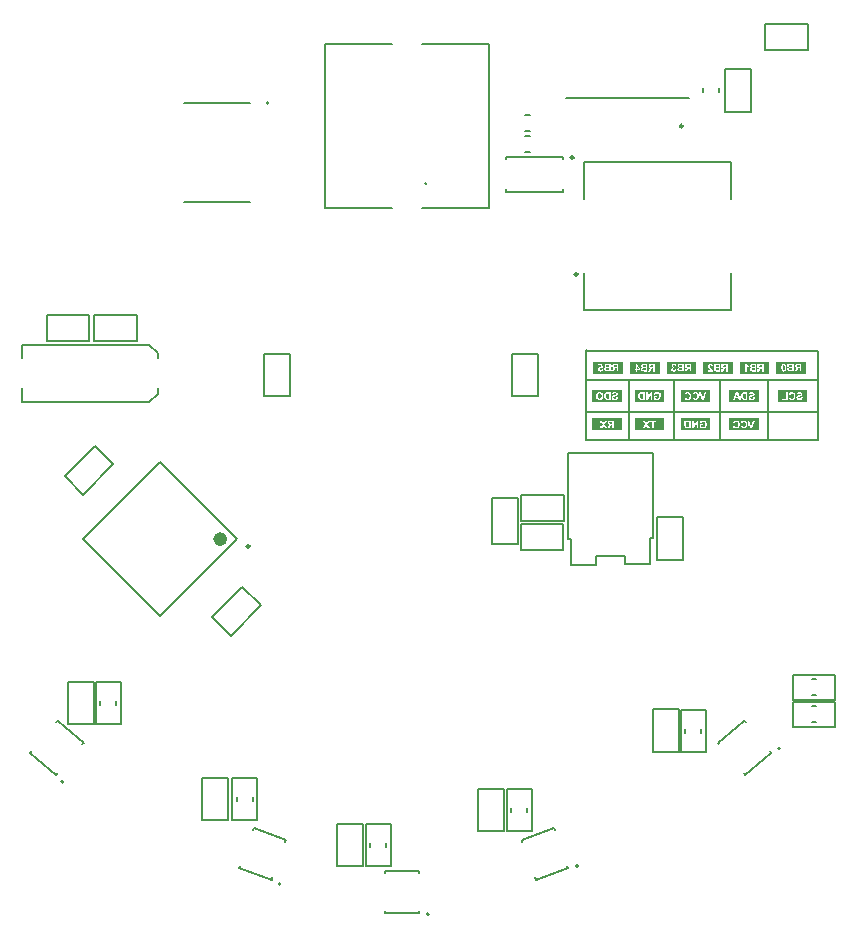
<source format=gbo>
G04*
G04 #@! TF.GenerationSoftware,Altium Limited,Altium Designer,19.0.15 (446)*
G04*
G04 Layer_Color=32896*
%FSLAX44Y44*%
%MOMM*%
G71*
G01*
G75*
%ADD13C,0.2000*%
%ADD15C,0.1270*%
%ADD104C,0.1524*%
%ADD105C,0.2500*%
%ADD106C,0.6000*%
%ADD107C,0.0000*%
%ADD108C,0.2032*%
G36*
X2195000Y105000D02*
X2170000D01*
Y115000D01*
X2195000D01*
Y105000D01*
D02*
G37*
G36*
X2196000Y81000D02*
X2171000D01*
Y91000D01*
X2196000D01*
Y81000D01*
D02*
G37*
G36*
X2039000Y57000D02*
X2014000D01*
Y67000D01*
X2039000D01*
Y57000D01*
D02*
G37*
G36*
Y81000D02*
X2014000D01*
Y91000D01*
X2039000D01*
Y81000D01*
D02*
G37*
G36*
X2075000D02*
X2050000D01*
Y91000D01*
X2075000D01*
Y81000D01*
D02*
G37*
G36*
X2133000Y105000D02*
X2108000D01*
Y115000D01*
X2133000D01*
Y105000D01*
D02*
G37*
G36*
X2071000D02*
X2046000D01*
Y115000D01*
X2071000D01*
Y105000D01*
D02*
G37*
G36*
X2155000Y57000D02*
X2130000D01*
Y67000D01*
X2155000D01*
Y57000D01*
D02*
G37*
G36*
X2164000Y105000D02*
X2139000D01*
Y115000D01*
X2164000D01*
Y105000D01*
D02*
G37*
G36*
X2114000Y57000D02*
X2089000D01*
Y67000D01*
X2114000D01*
Y57000D01*
D02*
G37*
G36*
X2155000Y81000D02*
X2130000D01*
Y91000D01*
X2155000D01*
Y81000D01*
D02*
G37*
G36*
X2075000Y57000D02*
X2050000D01*
Y67000D01*
X2075000D01*
Y57000D01*
D02*
G37*
G36*
X2102000Y105000D02*
X2077000D01*
Y115000D01*
X2102000D01*
Y105000D01*
D02*
G37*
G36*
X2040000D02*
X2015000D01*
Y115000D01*
X2040000D01*
Y105000D01*
D02*
G37*
G36*
X2114000Y81000D02*
X2089000D01*
Y91000D01*
X2114000D01*
Y81000D01*
D02*
G37*
%LPC*%
G36*
X2184437Y113241D02*
X2181626D01*
X2181460Y113231D01*
X2181275Y113222D01*
X2181090Y113213D01*
X2180914Y113194D01*
X2180757Y113176D01*
X2180739D01*
X2180692Y113167D01*
X2180628Y113148D01*
X2180535Y113120D01*
X2180434Y113083D01*
X2180323Y113037D01*
X2180202Y112982D01*
X2180092Y112908D01*
X2180082Y112899D01*
X2180045Y112871D01*
X2179990Y112824D01*
X2179916Y112769D01*
X2179842Y112686D01*
X2179759Y112593D01*
X2179675Y112492D01*
X2179601Y112372D01*
X2179592Y112353D01*
X2179574Y112316D01*
X2179537Y112242D01*
X2179500Y112150D01*
X2179463Y112039D01*
X2179426Y111918D01*
X2179407Y111770D01*
X2179398Y111623D01*
Y111613D01*
Y111604D01*
Y111549D01*
X2179407Y111465D01*
X2179426Y111355D01*
X2179463Y111225D01*
X2179500Y111086D01*
X2179565Y110948D01*
X2179648Y110800D01*
X2179657Y110781D01*
X2179694Y110735D01*
X2179749Y110670D01*
X2179814Y110587D01*
X2179907Y110504D01*
X2180018Y110402D01*
X2180147Y110319D01*
X2180295Y110236D01*
X2180286D01*
X2180267Y110226D01*
X2180239Y110217D01*
X2180202Y110208D01*
X2180092Y110162D01*
X2179962Y110097D01*
X2179823Y110023D01*
X2179666Y109921D01*
X2179527Y109801D01*
X2179398Y109653D01*
X2179389Y109635D01*
X2179352Y109579D01*
X2179296Y109496D01*
X2179241Y109385D01*
X2179185Y109237D01*
X2179130Y109080D01*
X2179093Y108895D01*
X2179084Y108692D01*
Y113241D01*
D01*
Y106843D01*
X2184437D01*
Y113241D01*
D02*
G37*
G36*
X2190890D02*
X2188006D01*
X2187923Y113231D01*
X2187821D01*
X2187719Y113222D01*
X2187599D01*
X2187359Y113194D01*
X2187109Y113167D01*
X2186878Y113120D01*
X2186776Y113093D01*
X2186684Y113065D01*
X2186674D01*
X2186665Y113056D01*
X2186610Y113028D01*
X2186526Y112982D01*
X2186416Y112926D01*
X2186295Y112834D01*
X2186175Y112732D01*
X2186055Y112603D01*
X2185944Y112445D01*
Y112436D01*
X2185935Y112427D01*
X2185916Y112399D01*
X2185898Y112372D01*
X2185851Y112279D01*
X2185796Y112159D01*
X2185750Y112011D01*
X2185704Y111845D01*
X2185667Y111650D01*
X2185657Y111447D01*
Y111438D01*
Y111419D01*
Y111373D01*
X2185667Y111327D01*
Y111262D01*
X2185676Y111197D01*
X2185713Y111031D01*
X2185759Y110837D01*
X2185833Y110643D01*
X2185944Y110439D01*
X2186009Y110347D01*
X2186083Y110254D01*
X2186092Y110245D01*
X2186101Y110236D01*
X2186129Y110208D01*
X2186166Y110180D01*
X2186203Y110143D01*
X2186258Y110097D01*
X2186323Y110051D01*
X2186397Y110005D01*
X2186480Y109949D01*
X2186582Y109903D01*
X2186684Y109857D01*
X2186794Y109810D01*
X2186924Y109764D01*
X2187053Y109727D01*
X2187192Y109690D01*
X2187349Y109663D01*
X2187340D01*
X2187331Y109653D01*
X2187275Y109616D01*
X2187201Y109570D01*
X2187109Y109505D01*
X2186998Y109422D01*
X2186887Y109339D01*
X2186767Y109237D01*
X2186665Y109126D01*
X2186656Y109117D01*
X2186610Y109071D01*
X2186554Y108997D01*
X2186471Y108886D01*
X2186360Y108747D01*
X2186304Y108655D01*
X2186240Y108562D01*
X2186166Y108461D01*
X2186092Y108350D01*
X2186009Y108220D01*
X2185925Y108091D01*
X2185140Y106843D01*
X2190890D01*
Y113241D01*
D02*
G37*
G36*
X2185140D02*
X2185140D01*
Y106843D01*
Y113241D01*
X2185140D01*
D02*
G37*
G36*
X2178261Y113278D02*
X2174110D01*
X2176097D01*
X2176033Y113268D01*
X2175959Y113259D01*
X2175866Y113241D01*
X2175774Y113222D01*
X2175663Y113194D01*
X2175543Y113157D01*
X2175432Y113111D01*
X2175311Y113065D01*
X2175191Y113000D01*
X2175071Y112917D01*
X2174951Y112834D01*
X2174840Y112732D01*
X2174738Y112612D01*
X2174729Y112603D01*
X2174711Y112575D01*
X2174683Y112529D01*
X2174637Y112464D01*
X2174590Y112372D01*
X2174535Y112261D01*
X2174479Y112140D01*
X2174424Y111983D01*
X2174368Y111817D01*
X2174304Y111623D01*
X2174258Y111410D01*
X2174211Y111170D01*
X2174165Y110911D01*
X2174137Y110633D01*
X2174119Y110328D01*
X2174110Y109995D01*
Y109820D01*
X2174119Y109699D01*
X2174128Y109552D01*
X2174147Y109376D01*
X2174165Y109191D01*
X2174184Y108988D01*
X2174220Y108775D01*
X2174267Y108553D01*
X2174313Y108340D01*
X2174378Y108128D01*
X2174442Y107915D01*
X2174535Y107721D01*
X2174627Y107536D01*
X2174738Y107379D01*
X2174747Y107370D01*
X2174766Y107351D01*
X2174794Y107314D01*
X2174831Y107277D01*
X2174886Y107231D01*
X2174951Y107176D01*
X2175034Y107111D01*
X2175117Y107055D01*
X2175219Y106991D01*
X2175321Y106926D01*
X2175441Y106870D01*
X2175570Y106824D01*
X2175709Y106787D01*
X2175866Y106750D01*
X2176023Y106732D01*
X2176190Y106722D01*
X2176227D01*
X2176282Y106732D01*
X2176347D01*
X2176421Y106741D01*
X2176513Y106759D01*
X2176615Y106778D01*
X2176726Y106815D01*
X2176846Y106852D01*
X2176967Y106898D01*
X2177096Y106954D01*
X2177216Y107028D01*
X2177345Y107101D01*
X2177466Y107203D01*
X2177586Y107305D01*
X2177697Y107434D01*
X2177706Y107444D01*
X2177725Y107471D01*
X2177752Y107518D01*
X2177780Y107573D01*
X2177826Y107656D01*
X2177872Y107758D01*
X2177928Y107887D01*
X2177974Y108026D01*
X2178030Y108193D01*
X2178085Y108377D01*
X2178131Y108590D01*
X2178168Y108821D01*
X2178205Y109080D01*
X2178233Y109367D01*
X2178252Y109672D01*
X2178261Y110005D01*
Y106741D01*
Y110180D01*
X2178252Y110301D01*
X2178242Y110448D01*
X2178224Y110624D01*
X2178205Y110809D01*
X2178187Y111012D01*
X2178150Y111225D01*
X2178113Y111438D01*
X2178057Y111660D01*
X2178002Y111872D01*
X2177928Y112076D01*
X2177845Y112270D01*
X2177752Y112455D01*
X2177641Y112612D01*
X2177632Y112621D01*
X2177614Y112640D01*
X2177586Y112677D01*
X2177540Y112714D01*
X2177493Y112769D01*
X2177429Y112824D01*
X2177345Y112880D01*
X2177262Y112945D01*
X2177161Y113010D01*
X2177059Y113065D01*
X2176939Y113120D01*
X2176809Y113176D01*
X2176671Y113213D01*
X2176513Y113250D01*
X2176356Y113268D01*
X2176190Y113278D01*
X2178261D01*
D01*
D02*
G37*
%LPD*%
G36*
X2183143Y110698D02*
X2181904D01*
X2181746Y110707D01*
X2181460D01*
X2181404Y110716D01*
X2181349D01*
X2181312Y110726D01*
X2181256Y110735D01*
X2181173Y110763D01*
X2181090Y110791D01*
X2181007Y110828D01*
X2180924Y110874D01*
X2180850Y110938D01*
X2180840Y110948D01*
X2180822Y110975D01*
X2180785Y111012D01*
X2180748Y111077D01*
X2180720Y111151D01*
X2180683Y111234D01*
X2180665Y111336D01*
X2180656Y111447D01*
Y111456D01*
Y111493D01*
X2180665Y111549D01*
X2180674Y111623D01*
X2180692Y111697D01*
X2180729Y111770D01*
X2180766Y111854D01*
X2180822Y111928D01*
X2180831Y111937D01*
X2180850Y111955D01*
X2180896Y111992D01*
X2180942Y112029D01*
X2181016Y112066D01*
X2181099Y112103D01*
X2181201Y112131D01*
X2181312Y112150D01*
X2181321D01*
X2181358Y112159D01*
X2181460D01*
X2181515Y112168D01*
X2181756D01*
X2181857Y112177D01*
X2183143D01*
Y110698D01*
D02*
G37*
G36*
Y107924D02*
X2181719D01*
X2181580Y107934D01*
X2181432D01*
X2181284Y107943D01*
X2181164Y107952D01*
X2181109D01*
X2181071Y107961D01*
X2181062D01*
X2181025Y107971D01*
X2180970Y107989D01*
X2180905Y108008D01*
X2180831Y108045D01*
X2180748Y108091D01*
X2180674Y108146D01*
X2180600Y108211D01*
X2180591Y108220D01*
X2180572Y108248D01*
X2180544Y108294D01*
X2180508Y108359D01*
X2180470Y108433D01*
X2180443Y108525D01*
X2180424Y108636D01*
X2180415Y108757D01*
Y108766D01*
Y108803D01*
X2180424Y108858D01*
X2180434Y108923D01*
X2180452Y109006D01*
X2180480Y109080D01*
X2180517Y109163D01*
X2180563Y109247D01*
X2180572Y109256D01*
X2180591Y109284D01*
X2180618Y109320D01*
X2180665Y109357D01*
X2180720Y109413D01*
X2180794Y109459D01*
X2180877Y109505D01*
X2180970Y109542D01*
X2180979D01*
X2181025Y109561D01*
X2181099Y109570D01*
X2181145Y109579D01*
X2181210Y109589D01*
X2181275Y109598D01*
X2181358Y109607D01*
X2181451Y109616D01*
X2181561D01*
X2181673Y109626D01*
X2181802Y109635D01*
X2183143D01*
Y107924D01*
D02*
G37*
G36*
X2179093Y108535D02*
X2179111Y108424D01*
X2179130Y108294D01*
X2179167Y108146D01*
X2179222Y107998D01*
X2179287Y107841D01*
X2179296Y107823D01*
X2179324Y107776D01*
X2179370Y107703D01*
X2179435Y107610D01*
X2179509Y107499D01*
X2179611Y107397D01*
X2179712Y107286D01*
X2179842Y107185D01*
X2179860Y107176D01*
X2179907Y107148D01*
X2179980Y107101D01*
X2180082Y107055D01*
X2180212Y107000D01*
X2180360Y106954D01*
X2180526Y106907D01*
X2180711Y106880D01*
X2180748D01*
X2180785Y106870D01*
X2180877D01*
X2180942Y106861D01*
X2181118D01*
X2181229Y106852D01*
X2181506D01*
X2181663Y106843D01*
X2179084D01*
Y108618D01*
X2179093Y108535D01*
D02*
G37*
G36*
X2189596Y110532D02*
X2188338D01*
X2188154Y110541D01*
X2187959Y110550D01*
X2187765Y110559D01*
X2187682Y110569D01*
X2187608Y110578D01*
X2187534Y110596D01*
X2187488Y110606D01*
X2187479D01*
X2187451Y110624D01*
X2187405Y110643D01*
X2187359Y110670D01*
X2187238Y110753D01*
X2187183Y110809D01*
X2187127Y110874D01*
X2187118Y110883D01*
X2187109Y110911D01*
X2187081Y110948D01*
X2187053Y111003D01*
X2187035Y111077D01*
X2187007Y111160D01*
X2186998Y111253D01*
X2186989Y111355D01*
Y111373D01*
Y111410D01*
X2186998Y111465D01*
X2187007Y111539D01*
X2187035Y111623D01*
X2187063Y111706D01*
X2187109Y111798D01*
X2187164Y111872D01*
X2187174Y111882D01*
X2187192Y111909D01*
X2187238Y111937D01*
X2187294Y111983D01*
X2187359Y112029D01*
X2187442Y112066D01*
X2187543Y112103D01*
X2187654Y112131D01*
X2187664D01*
X2187691Y112140D01*
X2187747D01*
X2187830Y112150D01*
X2188033D01*
X2188117Y112159D01*
X2189596D01*
Y110532D01*
D02*
G37*
G36*
Y106843D02*
X2186693D01*
X2187617Y108230D01*
X2187627Y108239D01*
X2187636Y108266D01*
X2187664Y108303D01*
X2187701Y108350D01*
X2187738Y108405D01*
X2187784Y108479D01*
X2187885Y108627D01*
X2188006Y108793D01*
X2188117Y108941D01*
X2188218Y109080D01*
X2188265Y109126D01*
X2188302Y109172D01*
X2188311Y109182D01*
X2188329Y109200D01*
X2188366Y109237D01*
X2188412Y109284D01*
X2188477Y109320D01*
X2188542Y109367D01*
X2188616Y109404D01*
X2188690Y109441D01*
X2188699D01*
X2188727Y109450D01*
X2188773Y109468D01*
X2188847Y109478D01*
X2188940Y109496D01*
X2189050Y109505D01*
X2189180Y109515D01*
X2189596D01*
Y106843D01*
D02*
G37*
G36*
X2176273Y112251D02*
X2176319Y112242D01*
X2176384Y112224D01*
X2176449Y112196D01*
X2176523Y112159D01*
X2176587Y112113D01*
X2176597Y112103D01*
X2176615Y112085D01*
X2176643Y112048D01*
X2176680Y112002D01*
X2176726Y111928D01*
X2176763Y111845D01*
X2176809Y111734D01*
X2176846Y111604D01*
Y111595D01*
X2176855Y111586D01*
Y111549D01*
X2176865Y111512D01*
X2176874Y111456D01*
X2176883Y111391D01*
X2176893Y111318D01*
X2176902Y111225D01*
X2176920Y111114D01*
X2176929Y111003D01*
X2176939Y110864D01*
X2176948Y110726D01*
X2176957Y110559D01*
Y110393D01*
X2176967Y110199D01*
Y109995D01*
Y109986D01*
Y109949D01*
Y109884D01*
Y109810D01*
Y109718D01*
X2176957Y109616D01*
Y109496D01*
X2176948Y109376D01*
X2176939Y109117D01*
X2176920Y108858D01*
X2176911Y108738D01*
X2176893Y108627D01*
X2176874Y108525D01*
X2176855Y108433D01*
X2176846Y108414D01*
X2176837Y108368D01*
X2176809Y108294D01*
X2176781Y108211D01*
X2176735Y108118D01*
X2176689Y108026D01*
X2176634Y107943D01*
X2176578Y107878D01*
X2176569Y107869D01*
X2176550Y107860D01*
X2176513Y107832D01*
X2176467Y107813D01*
X2176412Y107786D01*
X2176347Y107758D01*
X2176273Y107749D01*
X2176190Y107739D01*
X2176153D01*
X2176107Y107749D01*
X2176060Y107758D01*
X2175996Y107776D01*
X2175931Y107795D01*
X2175866Y107832D01*
X2175802Y107878D01*
X2175792Y107887D01*
X2175774Y107906D01*
X2175737Y107943D01*
X2175700Y107998D01*
X2175663Y108063D01*
X2175617Y108155D01*
X2175570Y108257D01*
X2175533Y108387D01*
Y108396D01*
X2175524Y108405D01*
Y108442D01*
X2175515Y108479D01*
X2175506Y108535D01*
X2175496Y108599D01*
X2175478Y108673D01*
X2175469Y108766D01*
X2175459Y108867D01*
X2175441Y108988D01*
X2175432Y109117D01*
X2175422Y109265D01*
X2175413Y109422D01*
Y109598D01*
X2175404Y109792D01*
Y109995D01*
Y110005D01*
Y110042D01*
Y110106D01*
Y110180D01*
Y110273D01*
X2175413Y110374D01*
Y110495D01*
X2175422Y110615D01*
X2175432Y110874D01*
X2175450Y111123D01*
X2175469Y111243D01*
X2175487Y111364D01*
X2175506Y111465D01*
X2175524Y111549D01*
Y111558D01*
X2175533Y111567D01*
X2175543Y111613D01*
X2175570Y111687D01*
X2175598Y111780D01*
X2175644Y111872D01*
X2175691Y111965D01*
X2175746Y112048D01*
X2175802Y112113D01*
X2175811Y112122D01*
X2175829Y112140D01*
X2175866Y112159D01*
X2175912Y112187D01*
X2175968Y112214D01*
X2176033Y112242D01*
X2176107Y112251D01*
X2176190Y112261D01*
X2176227D01*
X2176273Y112251D01*
D02*
G37*
%LPC*%
G36*
X2186075Y89319D02*
Y86018D01*
X2186066Y86102D01*
Y86213D01*
X2186047Y86342D01*
X2186029Y86499D01*
X2186010Y86666D01*
X2185973Y86860D01*
X2185927Y87054D01*
X2185871Y87257D01*
X2185807Y87461D01*
X2185724Y87673D01*
X2185631Y87877D01*
X2185520Y88071D01*
X2185400Y88256D01*
X2185252Y88432D01*
X2185243Y88441D01*
X2185215Y88469D01*
X2185169Y88515D01*
X2185104Y88570D01*
X2185021Y88635D01*
X2184919Y88709D01*
X2184808Y88792D01*
X2184670Y88875D01*
X2184522Y88959D01*
X2184364Y89042D01*
X2184180Y89116D01*
X2183995Y89180D01*
X2183782Y89236D01*
X2183569Y89282D01*
X2183329Y89310D01*
X2183089Y89319D01*
X2182978D01*
X2182894Y89310D01*
X2182793Y89301D01*
X2182682Y89282D01*
X2182552Y89264D01*
X2182414Y89236D01*
X2182266Y89199D01*
X2182108Y89153D01*
X2181951Y89097D01*
X2181785Y89023D01*
X2181628Y88949D01*
X2181480Y88857D01*
X2181323Y88746D01*
X2181184Y88626D01*
X2181175D01*
X2181165Y88607D01*
X2181138Y88580D01*
X2181110Y88552D01*
X2181073Y88505D01*
X2181036Y88450D01*
X2180934Y88321D01*
X2180833Y88154D01*
X2180722Y87951D01*
X2180620Y87720D01*
X2180527Y87451D01*
X2181803Y87146D01*
Y87156D01*
X2181813Y87165D01*
Y87193D01*
X2181831Y87230D01*
X2181859Y87313D01*
X2181905Y87424D01*
X2181970Y87553D01*
X2182053Y87683D01*
X2182164Y87812D01*
X2182284Y87923D01*
X2182303Y87932D01*
X2182349Y87969D01*
X2182423Y88015D01*
X2182525Y88071D01*
X2182654Y88126D01*
X2182802Y88173D01*
X2182968Y88210D01*
X2183153Y88219D01*
X2183218D01*
X2183273Y88210D01*
X2183329Y88200D01*
X2183403Y88191D01*
X2183560Y88154D01*
X2183745Y88090D01*
X2183939Y87997D01*
X2184041Y87942D01*
X2184133Y87877D01*
X2184226Y87794D01*
X2184309Y87701D01*
Y87692D01*
X2184328Y87673D01*
X2184346Y87646D01*
X2184374Y87599D01*
X2184411Y87544D01*
X2184448Y87479D01*
X2184485Y87396D01*
X2184522Y87304D01*
X2184568Y87193D01*
X2184605Y87072D01*
X2184642Y86934D01*
X2184679Y86786D01*
X2184707Y86619D01*
X2184725Y86444D01*
X2184734Y86250D01*
X2184743Y86037D01*
Y86028D01*
Y85982D01*
Y85917D01*
X2184734Y85843D01*
Y85741D01*
X2184716Y85621D01*
X2184707Y85501D01*
X2184688Y85362D01*
X2184633Y85075D01*
X2184559Y84789D01*
X2184512Y84650D01*
X2184448Y84521D01*
X2184383Y84401D01*
X2184309Y84299D01*
X2184300Y84290D01*
X2184290Y84280D01*
X2184263Y84253D01*
X2184226Y84216D01*
X2184133Y84142D01*
X2184004Y84049D01*
X2183847Y83947D01*
X2183653Y83874D01*
X2183431Y83809D01*
X2183311Y83799D01*
X2183181Y83790D01*
X2183135D01*
X2183098Y83799D01*
X2182996Y83809D01*
X2182876Y83827D01*
X2182746Y83874D01*
X2182599Y83929D01*
X2182451Y84003D01*
X2182303Y84114D01*
X2182284Y84132D01*
X2182238Y84179D01*
X2182173Y84253D01*
X2182099Y84363D01*
X2182007Y84511D01*
X2181924Y84687D01*
X2181840Y84900D01*
X2181767Y85149D01*
X2180509Y84761D01*
Y84752D01*
X2180518Y84715D01*
X2180537Y84659D01*
X2180565Y84585D01*
X2180602Y84502D01*
X2180638Y84401D01*
X2180685Y84290D01*
X2180740Y84169D01*
X2180870Y83920D01*
X2181036Y83661D01*
X2181239Y83411D01*
X2181350Y83300D01*
X2181471Y83199D01*
X2181480Y83189D01*
X2181498Y83180D01*
X2181535Y83152D01*
X2181591Y83115D01*
X2181655Y83078D01*
X2181739Y83041D01*
X2181831Y82995D01*
X2181933Y82949D01*
X2182053Y82893D01*
X2182182Y82847D01*
X2182321Y82810D01*
X2182469Y82773D01*
X2182626Y82736D01*
X2182802Y82709D01*
X2182978Y82699D01*
X2183172Y82690D01*
X2180509D01*
D01*
X2186075D01*
Y89319D01*
D02*
G37*
G36*
X2189579D02*
X2189468D01*
X2189385Y89310D01*
X2189283Y89301D01*
X2189163Y89291D01*
X2189043Y89273D01*
X2188904Y89254D01*
X2188608Y89190D01*
X2188460Y89143D01*
X2188312Y89097D01*
X2188164Y89032D01*
X2188026Y88959D01*
X2187896Y88875D01*
X2187776Y88783D01*
X2187767Y88774D01*
X2187748Y88755D01*
X2187721Y88727D01*
X2187684Y88690D01*
X2187637Y88635D01*
X2187582Y88570D01*
X2187527Y88496D01*
X2187462Y88413D01*
X2187406Y88311D01*
X2187351Y88210D01*
X2187295Y88090D01*
X2187249Y87960D01*
X2187203Y87831D01*
X2187166Y87683D01*
X2187138Y87535D01*
X2187129Y87368D01*
X2188423Y87322D01*
Y87331D01*
Y87341D01*
X2188442Y87405D01*
X2188460Y87488D01*
X2188497Y87590D01*
X2188544Y87710D01*
X2188608Y87821D01*
X2188691Y87932D01*
X2188784Y88025D01*
X2188793Y88034D01*
X2188830Y88062D01*
X2188895Y88099D01*
X2188987Y88136D01*
X2189098Y88173D01*
X2189237Y88210D01*
X2189403Y88237D01*
X2189597Y88247D01*
X2189690D01*
X2189792Y88237D01*
X2189912Y88219D01*
X2190051Y88191D01*
X2190198Y88145D01*
X2190337Y88090D01*
X2190467Y88006D01*
X2190476Y87997D01*
X2190494Y87978D01*
X2190531Y87951D01*
X2190568Y87905D01*
X2190605Y87849D01*
X2190642Y87775D01*
X2190661Y87701D01*
X2190670Y87609D01*
Y87599D01*
Y87572D01*
X2190661Y87526D01*
X2190642Y87479D01*
X2190624Y87415D01*
X2190596Y87350D01*
X2190550Y87285D01*
X2190485Y87220D01*
X2190476Y87211D01*
X2190430Y87183D01*
X2190402Y87165D01*
X2190356Y87146D01*
X2190309Y87119D01*
X2190245Y87091D01*
X2190171Y87063D01*
X2190087Y87026D01*
X2189986Y86989D01*
X2189884Y86952D01*
X2189755Y86915D01*
X2189616Y86878D01*
X2189468Y86841D01*
X2189302Y86795D01*
X2189292D01*
X2189255Y86786D01*
X2189209Y86777D01*
X2189144Y86758D01*
X2189070Y86740D01*
X2188978Y86712D01*
X2188876Y86684D01*
X2188775Y86656D01*
X2188553Y86582D01*
X2188322Y86509D01*
X2188100Y86425D01*
X2188007Y86379D01*
X2187915Y86333D01*
X2187905D01*
X2187896Y86324D01*
X2187841Y86287D01*
X2187758Y86231D01*
X2187656Y86157D01*
X2187545Y86065D01*
X2187425Y85954D01*
X2187305Y85824D01*
X2187203Y85676D01*
X2187194Y85658D01*
X2187166Y85602D01*
X2187120Y85519D01*
X2187073Y85399D01*
X2187027Y85251D01*
X2186981Y85075D01*
X2186953Y84881D01*
X2186944Y84659D01*
D01*
Y82681D01*
X2192149D01*
D01*
X2189635D01*
X2189718Y82690D01*
X2189819Y82699D01*
X2189930Y82709D01*
X2190060Y82727D01*
X2190198Y82755D01*
X2190504Y82819D01*
X2190661Y82866D01*
X2190809Y82912D01*
X2190966Y82977D01*
X2191114Y83051D01*
X2191252Y83134D01*
X2191382Y83236D01*
X2191391Y83245D01*
X2191410Y83263D01*
X2191447Y83291D01*
X2191484Y83337D01*
X2191539Y83402D01*
X2191595Y83476D01*
X2191659Y83559D01*
X2191724Y83652D01*
X2191789Y83763D01*
X2191853Y83883D01*
X2191918Y84021D01*
X2191983Y84169D01*
X2192029Y84326D01*
X2192085Y84502D01*
X2192121Y84687D01*
X2192149Y84881D01*
X2190892Y85001D01*
Y84992D01*
X2190883Y84974D01*
Y84937D01*
X2190873Y84900D01*
X2190836Y84789D01*
X2190790Y84650D01*
X2190735Y84493D01*
X2190652Y84336D01*
X2190559Y84197D01*
X2190439Y84068D01*
X2190420Y84058D01*
X2190374Y84021D01*
X2190300Y83975D01*
X2190189Y83920D01*
X2190051Y83864D01*
X2189893Y83818D01*
X2189708Y83781D01*
X2189496Y83772D01*
X2189394D01*
X2189283Y83790D01*
X2189144Y83809D01*
X2188996Y83836D01*
X2188839Y83883D01*
X2188691Y83947D01*
X2188562Y84031D01*
X2188544Y84040D01*
X2188506Y84077D01*
X2188460Y84132D01*
X2188396Y84206D01*
X2188340Y84299D01*
X2188285Y84410D01*
X2188248Y84521D01*
X2188238Y84650D01*
Y84659D01*
Y84687D01*
X2188248Y84733D01*
X2188257Y84789D01*
X2188275Y84844D01*
X2188294Y84909D01*
X2188331Y84974D01*
X2188377Y85038D01*
X2188386Y85048D01*
X2188405Y85066D01*
X2188432Y85094D01*
X2188479Y85131D01*
X2188544Y85177D01*
X2188627Y85223D01*
X2188719Y85270D01*
X2188839Y85316D01*
X2188849D01*
X2188886Y85334D01*
X2188950Y85353D01*
X2188996Y85371D01*
X2189052Y85380D01*
X2189117Y85399D01*
X2189191Y85427D01*
X2189274Y85445D01*
X2189366Y85473D01*
X2189477Y85501D01*
X2189597Y85528D01*
X2189727Y85565D01*
X2189875Y85602D01*
X2189884D01*
X2189921Y85612D01*
X2189977Y85630D01*
X2190041Y85649D01*
X2190125Y85676D01*
X2190226Y85704D01*
X2190328Y85741D01*
X2190448Y85778D01*
X2190688Y85871D01*
X2190920Y85982D01*
X2191040Y86037D01*
X2191142Y86102D01*
X2191243Y86166D01*
X2191326Y86231D01*
X2191336Y86240D01*
X2191354Y86259D01*
X2191382Y86287D01*
X2191419Y86324D01*
X2191465Y86379D01*
X2191511Y86444D01*
X2191567Y86509D01*
X2191613Y86592D01*
X2191724Y86786D01*
X2191816Y87008D01*
X2191853Y87128D01*
X2191881Y87248D01*
X2191900Y87387D01*
X2191909Y87526D01*
Y87535D01*
Y87544D01*
Y87572D01*
Y87609D01*
X2191890Y87701D01*
X2191872Y87821D01*
X2191844Y87960D01*
X2191798Y88117D01*
X2191733Y88284D01*
X2191641Y88441D01*
Y88450D01*
X2191631Y88459D01*
X2191585Y88515D01*
X2191530Y88589D01*
X2191437Y88681D01*
X2191326Y88783D01*
X2191188Y88894D01*
X2191030Y88996D01*
X2190846Y89088D01*
X2190836D01*
X2190818Y89097D01*
X2190790Y89107D01*
X2190753Y89125D01*
X2190698Y89143D01*
X2190642Y89162D01*
X2190568Y89180D01*
X2190485Y89208D01*
X2190300Y89245D01*
X2190087Y89282D01*
X2189847Y89310D01*
X2189579Y89319D01*
D02*
G37*
G36*
X2179363Y89153D02*
X2174851D01*
X2178068D01*
Y83883D01*
X2174851D01*
Y82801D01*
X2179363D01*
Y89153D01*
D02*
G37*
%LPD*%
G36*
X2186075Y82690D02*
X2183227D01*
X2183292Y82699D01*
X2183384Y82709D01*
X2183486Y82718D01*
X2183616Y82736D01*
X2183754Y82764D01*
X2183911Y82801D01*
X2184069Y82847D01*
X2184235Y82903D01*
X2184411Y82977D01*
X2184586Y83060D01*
X2184762Y83152D01*
X2184938Y83272D01*
X2185104Y83402D01*
X2185261Y83559D01*
X2185271Y83568D01*
X2185298Y83596D01*
X2185335Y83652D01*
X2185391Y83716D01*
X2185446Y83809D01*
X2185520Y83911D01*
X2185594Y84040D01*
X2185668Y84188D01*
X2185742Y84345D01*
X2185816Y84521D01*
X2185890Y84724D01*
X2185945Y84937D01*
X2186001Y85159D01*
X2186038Y85408D01*
X2186066Y85667D01*
X2186075Y85944D01*
Y82690D01*
D02*
G37*
G36*
X2186953Y84521D02*
X2186962Y84456D01*
X2186981Y84326D01*
X2187018Y84160D01*
X2187073Y83984D01*
X2187157Y83809D01*
X2187258Y83624D01*
Y83615D01*
X2187277Y83605D01*
X2187314Y83550D01*
X2187388Y83457D01*
X2187480Y83356D01*
X2187600Y83236D01*
X2187758Y83125D01*
X2187924Y83014D01*
X2188127Y82912D01*
X2188137D01*
X2188155Y82903D01*
X2188183Y82893D01*
X2188229Y82875D01*
X2188285Y82857D01*
X2188349Y82838D01*
X2188423Y82819D01*
X2188506Y82801D01*
X2188608Y82773D01*
X2188710Y82755D01*
X2188950Y82718D01*
X2189218Y82690D01*
X2189514Y82681D01*
X2186944D01*
Y84567D01*
X2186953Y84521D01*
D02*
G37*
%LPC*%
G36*
X2026371Y65199D02*
X2024863D01*
X2023597Y63285D01*
X2022330Y65199D01*
X2020629D01*
Y58801D01*
Y65199D01*
X2020823D01*
X2022829Y62129D01*
X2020629Y58801D01*
X2022182D01*
X2023597Y60964D01*
X2025021Y58801D01*
X2023602D01*
X2026574D01*
X2024364Y62129D01*
X2026371Y65199D01*
D02*
G37*
G36*
X2032371D02*
X2029486D01*
X2029403Y65190D01*
X2029301D01*
X2029200Y65181D01*
X2029079D01*
X2028839Y65153D01*
X2028589Y65125D01*
X2028358Y65079D01*
X2028257Y65051D01*
X2028164Y65023D01*
X2028155D01*
X2028146Y65014D01*
X2028090Y64986D01*
X2028007Y64940D01*
X2027896Y64885D01*
X2027776Y64792D01*
X2027656Y64690D01*
X2027536Y64561D01*
X2027425Y64404D01*
Y64395D01*
X2027415Y64385D01*
X2027397Y64358D01*
X2027378Y64330D01*
X2027332Y64237D01*
X2027277Y64117D01*
X2027230Y63969D01*
X2027184Y63803D01*
X2027147Y63609D01*
X2027138Y63405D01*
Y63396D01*
Y63378D01*
Y63331D01*
X2027147Y63285D01*
Y63220D01*
X2027156Y63156D01*
X2027193Y62989D01*
X2027240Y62795D01*
X2027314Y62601D01*
X2027425Y62397D01*
X2027489Y62305D01*
X2027563Y62213D01*
X2027572Y62203D01*
X2027582Y62194D01*
X2027610Y62166D01*
X2027646Y62139D01*
X2027683Y62102D01*
X2027739Y62056D01*
X2027804Y62009D01*
X2027878Y61963D01*
X2027961Y61908D01*
X2028062Y61861D01*
X2028164Y61815D01*
X2028275Y61769D01*
X2028405Y61723D01*
X2028534Y61686D01*
X2028673Y61649D01*
X2028830Y61621D01*
X2028821D01*
X2028811Y61612D01*
X2028756Y61575D01*
X2028682Y61529D01*
X2028589Y61464D01*
X2028479Y61381D01*
X2028368Y61297D01*
X2028247Y61196D01*
X2028146Y61085D01*
X2028136Y61075D01*
X2028090Y61029D01*
X2028035Y60955D01*
X2027952Y60844D01*
X2027841Y60706D01*
X2027785Y60613D01*
X2027720Y60521D01*
X2027646Y60419D01*
X2027572Y60308D01*
X2027489Y60179D01*
X2027406Y60049D01*
X2026620Y58801D01*
X2032371D01*
Y65199D01*
D02*
G37*
G36*
X2026620D02*
X2026620D01*
Y58801D01*
Y65199D01*
X2026620D01*
D02*
G37*
%LPD*%
G36*
X2031077Y62490D02*
X2029819D01*
X2029634Y62499D01*
X2029440Y62509D01*
X2029246Y62518D01*
X2029163Y62527D01*
X2029089Y62536D01*
X2029015Y62555D01*
X2028969Y62564D01*
X2028959D01*
X2028932Y62583D01*
X2028885Y62601D01*
X2028839Y62629D01*
X2028719Y62712D01*
X2028663Y62767D01*
X2028608Y62832D01*
X2028599Y62841D01*
X2028589Y62869D01*
X2028562Y62906D01*
X2028534Y62962D01*
X2028516Y63035D01*
X2028488Y63119D01*
X2028479Y63211D01*
X2028469Y63313D01*
Y63331D01*
Y63368D01*
X2028479Y63424D01*
X2028488Y63498D01*
X2028516Y63581D01*
X2028543Y63664D01*
X2028589Y63757D01*
X2028645Y63831D01*
X2028654Y63840D01*
X2028673Y63868D01*
X2028719Y63895D01*
X2028774Y63942D01*
X2028839Y63988D01*
X2028922Y64025D01*
X2029024Y64062D01*
X2029135Y64089D01*
X2029144D01*
X2029172Y64099D01*
X2029227D01*
X2029311Y64108D01*
X2029514D01*
X2029597Y64117D01*
X2031077D01*
Y62490D01*
D02*
G37*
G36*
Y58801D02*
X2028174D01*
X2029098Y60188D01*
X2029107Y60197D01*
X2029117Y60225D01*
X2029144Y60262D01*
X2029181Y60308D01*
X2029218Y60363D01*
X2029264Y60437D01*
X2029366Y60585D01*
X2029486Y60752D01*
X2029597Y60900D01*
X2029699Y61038D01*
X2029745Y61085D01*
X2029782Y61131D01*
X2029791Y61140D01*
X2029810Y61159D01*
X2029847Y61196D01*
X2029893Y61242D01*
X2029958Y61279D01*
X2030023Y61325D01*
X2030096Y61362D01*
X2030170Y61399D01*
X2030180D01*
X2030208Y61408D01*
X2030254Y61427D01*
X2030328Y61436D01*
X2030420Y61455D01*
X2030531Y61464D01*
X2030661Y61473D01*
X2031077D01*
Y58801D01*
D02*
G37*
%LPC*%
G36*
X2023356Y89319D02*
X2017153D01*
X2020204D01*
X2020130Y89310D01*
X2020037D01*
X2019917Y89291D01*
X2019778Y89273D01*
X2019621Y89245D01*
X2019455Y89208D01*
X2019279Y89162D01*
X2019094Y89107D01*
X2018909Y89032D01*
X2018715Y88949D01*
X2018530Y88848D01*
X2018345Y88727D01*
X2018170Y88589D01*
X2018003Y88432D01*
X2017994Y88422D01*
X2017966Y88395D01*
X2017920Y88339D01*
X2017874Y88274D01*
X2017809Y88182D01*
X2017735Y88071D01*
X2017661Y87942D01*
X2017578Y87794D01*
X2017495Y87636D01*
X2017421Y87451D01*
X2017347Y87248D01*
X2017282Y87036D01*
X2017227Y86795D01*
X2017190Y86545D01*
X2017162Y86277D01*
X2017153Y85991D01*
D01*
Y85926D01*
X2017162Y85843D01*
Y85732D01*
X2017180Y85602D01*
X2017199Y85455D01*
X2017227Y85279D01*
X2017254Y85103D01*
X2017301Y84909D01*
X2017356Y84706D01*
X2017430Y84502D01*
X2017513Y84299D01*
X2017606Y84105D01*
X2017726Y83911D01*
X2017855Y83726D01*
X2018003Y83550D01*
X2018013Y83541D01*
X2018040Y83513D01*
X2018087Y83467D01*
X2018161Y83411D01*
X2018244Y83347D01*
X2018345Y83272D01*
X2018466Y83199D01*
X2018595Y83115D01*
X2018752Y83032D01*
X2018919Y82958D01*
X2019104Y82884D01*
X2019307Y82819D01*
X2019520Y82764D01*
X2019751Y82718D01*
X2019991Y82690D01*
X2020250Y82681D01*
X2017153D01*
X2020315D01*
X2020389Y82690D01*
X2020481Y82699D01*
X2020601Y82709D01*
X2020740Y82727D01*
X2020897Y82755D01*
X2021064Y82792D01*
X2021248Y82838D01*
X2021424Y82893D01*
X2021618Y82967D01*
X2021803Y83051D01*
X2021997Y83143D01*
X2022173Y83263D01*
X2022349Y83393D01*
X2022515Y83550D01*
X2022524Y83559D01*
X2022552Y83587D01*
X2022589Y83642D01*
X2022645Y83707D01*
X2022709Y83799D01*
X2022783Y83911D01*
X2022857Y84031D01*
X2022931Y84179D01*
X2023014Y84336D01*
X2023088Y84521D01*
X2023162Y84715D01*
X2023227Y84928D01*
X2023282Y85159D01*
X2023320Y85408D01*
X2023347Y85676D01*
X2023356Y85954D01*
Y83272D01*
Y86046D01*
X2023347Y86120D01*
Y86203D01*
X2023338Y86296D01*
X2023329Y86407D01*
X2023320Y86527D01*
X2023282Y86786D01*
X2023236Y87063D01*
X2023162Y87341D01*
X2023070Y87599D01*
Y87609D01*
X2023061Y87618D01*
X2023042Y87646D01*
X2023033Y87683D01*
X2022977Y87775D01*
X2022913Y87895D01*
X2022829Y88034D01*
X2022728Y88173D01*
X2022608Y88330D01*
X2022478Y88478D01*
X2022469Y88487D01*
X2022460Y88496D01*
X2022413Y88542D01*
X2022330Y88617D01*
X2022229Y88700D01*
X2022108Y88792D01*
X2021970Y88894D01*
X2021812Y88986D01*
X2021646Y89060D01*
X2021637D01*
X2021618Y89069D01*
X2021581Y89088D01*
X2021535Y89097D01*
X2021480Y89125D01*
X2021415Y89143D01*
X2021332Y89162D01*
X2021248Y89190D01*
X2021045Y89236D01*
X2020814Y89282D01*
X2020546Y89310D01*
X2020269Y89319D01*
X2023356D01*
D01*
D02*
G37*
G36*
X2035847D02*
X2030642D01*
D01*
X2033166D01*
X2033083Y89310D01*
X2032981Y89301D01*
X2032861Y89291D01*
X2032741Y89273D01*
X2032602Y89254D01*
X2032306Y89190D01*
X2032158Y89143D01*
X2032010Y89097D01*
X2031862Y89032D01*
X2031724Y88959D01*
X2031594Y88875D01*
X2031474Y88783D01*
X2031465Y88774D01*
X2031446Y88755D01*
X2031419Y88727D01*
X2031382Y88690D01*
X2031335Y88635D01*
X2031280Y88570D01*
X2031225Y88496D01*
X2031160Y88413D01*
X2031104Y88311D01*
X2031049Y88210D01*
X2030993Y88090D01*
X2030947Y87960D01*
X2030901Y87831D01*
X2030864Y87683D01*
X2030836Y87535D01*
X2030827Y87368D01*
X2032121Y87322D01*
Y87331D01*
Y87341D01*
X2032140Y87405D01*
X2032158Y87488D01*
X2032195Y87590D01*
X2032242Y87710D01*
X2032306Y87821D01*
X2032390Y87932D01*
X2032482Y88025D01*
X2032491Y88034D01*
X2032528Y88062D01*
X2032593Y88099D01*
X2032685Y88136D01*
X2032796Y88173D01*
X2032935Y88210D01*
X2033101Y88237D01*
X2033295Y88247D01*
X2033388D01*
X2033490Y88237D01*
X2033610Y88219D01*
X2033749Y88191D01*
X2033896Y88145D01*
X2034035Y88090D01*
X2034165Y88006D01*
X2034174Y87997D01*
X2034192Y87978D01*
X2034229Y87951D01*
X2034266Y87905D01*
X2034303Y87849D01*
X2034340Y87775D01*
X2034359Y87701D01*
X2034368Y87609D01*
Y87599D01*
Y87572D01*
X2034359Y87526D01*
X2034340Y87479D01*
X2034322Y87415D01*
X2034294Y87350D01*
X2034248Y87285D01*
X2034183Y87220D01*
X2034174Y87211D01*
X2034128Y87183D01*
X2034100Y87165D01*
X2034054Y87146D01*
X2034007Y87119D01*
X2033943Y87091D01*
X2033869Y87063D01*
X2033786Y87026D01*
X2033684Y86989D01*
X2033582Y86952D01*
X2033453Y86915D01*
X2033314Y86878D01*
X2033166Y86841D01*
X2033000Y86795D01*
X2032990D01*
X2032953Y86786D01*
X2032907Y86777D01*
X2032843Y86758D01*
X2032769Y86740D01*
X2032676Y86712D01*
X2032574Y86684D01*
X2032473Y86656D01*
X2032251Y86582D01*
X2032020Y86509D01*
X2031798Y86425D01*
X2031705Y86379D01*
X2031613Y86333D01*
X2031604D01*
X2031594Y86324D01*
X2031539Y86287D01*
X2031456Y86231D01*
X2031354Y86157D01*
X2031243Y86065D01*
X2031123Y85954D01*
X2031003Y85824D01*
X2030901Y85676D01*
X2030892Y85658D01*
X2030864Y85602D01*
X2030818Y85519D01*
X2030771Y85399D01*
X2030725Y85251D01*
X2030679Y85075D01*
X2030651Y84881D01*
X2030642Y84659D01*
D01*
Y82681D01*
Y84567D01*
X2030651Y84521D01*
X2030661Y84456D01*
X2030679Y84326D01*
X2030716Y84160D01*
X2030771Y83984D01*
X2030855Y83809D01*
X2030956Y83624D01*
Y83615D01*
X2030975Y83605D01*
X2031012Y83550D01*
X2031086Y83457D01*
X2031178Y83356D01*
X2031299Y83236D01*
X2031456Y83125D01*
X2031622Y83014D01*
X2031826Y82912D01*
X2031835D01*
X2031853Y82903D01*
X2031881Y82893D01*
X2031927Y82875D01*
X2031983Y82857D01*
X2032047Y82838D01*
X2032121Y82819D01*
X2032204Y82801D01*
X2032306Y82773D01*
X2032408Y82755D01*
X2032648Y82718D01*
X2032917Y82690D01*
X2033212Y82681D01*
X2033333D01*
X2033416Y82690D01*
X2033517Y82699D01*
X2033628Y82709D01*
X2033758Y82727D01*
X2033896Y82755D01*
X2034202Y82819D01*
X2034359Y82866D01*
X2034507Y82912D01*
X2034664Y82977D01*
X2034812Y83051D01*
X2034951Y83134D01*
X2035080Y83236D01*
X2035089Y83245D01*
X2035108Y83263D01*
X2035145Y83291D01*
X2035182Y83337D01*
X2035237Y83402D01*
X2035293Y83476D01*
X2035357Y83559D01*
X2035422Y83652D01*
X2035487Y83763D01*
X2035551Y83883D01*
X2035616Y84021D01*
X2035681Y84169D01*
X2035727Y84326D01*
X2035783Y84502D01*
X2035820Y84687D01*
X2035847Y84881D01*
X2034590Y85001D01*
Y84992D01*
X2034581Y84974D01*
Y84937D01*
X2034571Y84900D01*
X2034534Y84789D01*
X2034488Y84650D01*
X2034433Y84493D01*
X2034350Y84336D01*
X2034257Y84197D01*
X2034137Y84068D01*
X2034118Y84058D01*
X2034072Y84021D01*
X2033998Y83975D01*
X2033887Y83920D01*
X2033749Y83864D01*
X2033591Y83818D01*
X2033407Y83781D01*
X2033194Y83772D01*
X2033092D01*
X2032981Y83790D01*
X2032843Y83809D01*
X2032695Y83836D01*
X2032537Y83883D01*
X2032390Y83947D01*
X2032260Y84031D01*
X2032242Y84040D01*
X2032204Y84077D01*
X2032158Y84132D01*
X2032094Y84206D01*
X2032038Y84299D01*
X2031983Y84410D01*
X2031946Y84521D01*
X2031936Y84650D01*
Y84659D01*
Y84687D01*
X2031946Y84733D01*
X2031955Y84789D01*
X2031973Y84844D01*
X2031992Y84909D01*
X2032029Y84974D01*
X2032075Y85038D01*
X2032084Y85048D01*
X2032103Y85066D01*
X2032131Y85094D01*
X2032177Y85131D01*
X2032242Y85177D01*
X2032325Y85223D01*
X2032417Y85270D01*
X2032537Y85316D01*
X2032547D01*
X2032584Y85334D01*
X2032648Y85353D01*
X2032695Y85371D01*
X2032750Y85380D01*
X2032815Y85399D01*
X2032889Y85427D01*
X2032972Y85445D01*
X2033064Y85473D01*
X2033175Y85501D01*
X2033295Y85528D01*
X2033425Y85565D01*
X2033573Y85602D01*
X2033582D01*
X2033619Y85612D01*
X2033675Y85630D01*
X2033739Y85649D01*
X2033822Y85676D01*
X2033924Y85704D01*
X2034026Y85741D01*
X2034146Y85778D01*
X2034386Y85871D01*
X2034618Y85982D01*
X2034738Y86037D01*
X2034839Y86102D01*
X2034941Y86166D01*
X2035025Y86231D01*
X2035034Y86240D01*
X2035052Y86259D01*
X2035080Y86287D01*
X2035117Y86324D01*
X2035163Y86379D01*
X2035209Y86444D01*
X2035265Y86509D01*
X2035311Y86592D01*
X2035422Y86786D01*
X2035515Y87008D01*
X2035551Y87128D01*
X2035579Y87248D01*
X2035598Y87387D01*
X2035607Y87526D01*
Y87535D01*
Y87544D01*
Y87572D01*
Y87609D01*
X2035588Y87701D01*
X2035570Y87821D01*
X2035542Y87960D01*
X2035496Y88117D01*
X2035431Y88284D01*
X2035339Y88441D01*
Y88450D01*
X2035330Y88459D01*
X2035283Y88515D01*
X2035228Y88589D01*
X2035135Y88681D01*
X2035025Y88783D01*
X2034886Y88894D01*
X2034729Y88996D01*
X2034544Y89088D01*
X2034534D01*
X2034516Y89097D01*
X2034488Y89107D01*
X2034451Y89125D01*
X2034396Y89143D01*
X2034340Y89162D01*
X2034266Y89180D01*
X2034183Y89208D01*
X2033998Y89245D01*
X2033786Y89282D01*
X2033545Y89310D01*
X2033277Y89319D01*
X2035847D01*
D02*
G37*
G36*
X2029542Y89199D02*
X2026990D01*
X2026916Y89190D01*
X2026740Y89180D01*
X2026546Y89171D01*
X2026343Y89143D01*
X2026149Y89116D01*
X2025973Y89069D01*
X2025964D01*
X2025945Y89060D01*
X2025918Y89051D01*
X2025881Y89042D01*
X2025770Y88996D01*
X2025640Y88931D01*
X2025492Y88848D01*
X2025326Y88746D01*
X2025169Y88626D01*
X2025011Y88478D01*
X2025002D01*
X2024993Y88459D01*
X2024947Y88404D01*
X2024873Y88311D01*
X2024790Y88191D01*
X2024688Y88043D01*
X2024586Y87868D01*
X2024485Y87664D01*
X2024401Y87442D01*
Y87433D01*
X2024392Y87415D01*
X2024383Y87378D01*
X2024364Y87331D01*
X2024355Y87276D01*
X2024337Y87202D01*
X2024318Y87119D01*
X2024290Y87026D01*
X2024272Y86924D01*
X2024253Y86804D01*
X2024235Y86684D01*
X2024226Y86545D01*
X2024198Y86259D01*
X2024189Y85935D01*
Y85806D01*
X2024198Y85732D01*
Y85658D01*
X2024207Y85565D01*
X2024216Y85464D01*
X2024235Y85251D01*
X2024272Y85029D01*
X2024327Y84798D01*
X2024392Y84576D01*
Y84567D01*
X2024401Y84548D01*
X2024420Y84511D01*
X2024438Y84456D01*
X2024457Y84401D01*
X2024494Y84336D01*
X2024568Y84169D01*
X2024660Y83994D01*
X2024780Y83799D01*
X2024919Y83615D01*
X2025076Y83439D01*
X2025095Y83420D01*
X2025141Y83384D01*
X2025215Y83328D01*
X2025317Y83254D01*
X2025446Y83171D01*
X2025594Y83088D01*
X2025779Y83004D01*
X2025982Y82930D01*
X2025992D01*
X2026001Y82921D01*
X2026028D01*
X2026056Y82912D01*
X2026158Y82893D01*
X2026287Y82866D01*
X2026445Y82838D01*
X2026639Y82819D01*
X2026870Y82810D01*
X2027119Y82801D01*
X2024189D01*
D01*
X2029542D01*
Y89199D01*
D02*
G37*
%LPD*%
G36*
X2020379Y88210D02*
X2020453Y88200D01*
X2020527Y88191D01*
X2020712Y88154D01*
X2020916Y88080D01*
X2021027Y88043D01*
X2021138Y87988D01*
X2021239Y87923D01*
X2021350Y87849D01*
X2021452Y87766D01*
X2021544Y87664D01*
X2021554Y87655D01*
X2021563Y87636D01*
X2021591Y87609D01*
X2021618Y87563D01*
X2021655Y87498D01*
X2021692Y87433D01*
X2021738Y87350D01*
X2021785Y87248D01*
X2021831Y87137D01*
X2021877Y87017D01*
X2021914Y86878D01*
X2021951Y86730D01*
X2021979Y86564D01*
X2022007Y86388D01*
X2022016Y86203D01*
X2022025Y86000D01*
Y85991D01*
Y85954D01*
Y85898D01*
X2022016Y85824D01*
X2022007Y85732D01*
X2021997Y85621D01*
X2021979Y85510D01*
X2021960Y85380D01*
X2021905Y85112D01*
X2021812Y84844D01*
X2021757Y84706D01*
X2021692Y84576D01*
X2021609Y84456D01*
X2021526Y84345D01*
X2021517Y84336D01*
X2021498Y84317D01*
X2021470Y84290D01*
X2021433Y84262D01*
X2021387Y84216D01*
X2021322Y84169D01*
X2021258Y84114D01*
X2021174Y84068D01*
X2020999Y83957D01*
X2020777Y83874D01*
X2020657Y83836D01*
X2020527Y83809D01*
X2020389Y83790D01*
X2020250Y83781D01*
X2020176D01*
X2020121Y83790D01*
X2020056Y83799D01*
X2019982Y83809D01*
X2019806Y83855D01*
X2019603Y83920D01*
X2019501Y83966D01*
X2019390Y84012D01*
X2019288Y84077D01*
X2019178Y84151D01*
X2019076Y84234D01*
X2018983Y84336D01*
X2018974Y84345D01*
X2018965Y84363D01*
X2018937Y84391D01*
X2018909Y84438D01*
X2018863Y84502D01*
X2018826Y84576D01*
X2018780Y84659D01*
X2018734Y84761D01*
X2018687Y84872D01*
X2018641Y84992D01*
X2018595Y85131D01*
X2018558Y85288D01*
X2018530Y85445D01*
X2018503Y85621D01*
X2018493Y85815D01*
X2018484Y86018D01*
Y86028D01*
Y86065D01*
Y86120D01*
X2018493Y86203D01*
X2018503Y86296D01*
X2018512Y86397D01*
X2018521Y86518D01*
X2018549Y86638D01*
X2018604Y86906D01*
X2018687Y87183D01*
X2018743Y87322D01*
X2018808Y87442D01*
X2018891Y87563D01*
X2018974Y87673D01*
X2018983Y87683D01*
X2018993Y87701D01*
X2019020Y87720D01*
X2019057Y87757D01*
X2019113Y87803D01*
X2019168Y87849D01*
X2019233Y87895D01*
X2019316Y87951D01*
X2019399Y87997D01*
X2019501Y88043D01*
X2019714Y88136D01*
X2019834Y88173D01*
X2019963Y88191D01*
X2020102Y88210D01*
X2020250Y88219D01*
X2020324D01*
X2020379Y88210D01*
D02*
G37*
G36*
X2028247Y83883D02*
X2027110D01*
X2026990Y83892D01*
X2026861D01*
X2026731Y83911D01*
X2026611Y83920D01*
X2026509Y83938D01*
X2026491D01*
X2026454Y83957D01*
X2026398Y83975D01*
X2026324Y84003D01*
X2026241Y84040D01*
X2026158Y84086D01*
X2026075Y84142D01*
X2025992Y84206D01*
X2025982Y84216D01*
X2025954Y84243D01*
X2025918Y84290D01*
X2025871Y84354D01*
X2025825Y84438D01*
X2025760Y84539D01*
X2025714Y84669D01*
X2025659Y84817D01*
Y84826D01*
X2025649Y84835D01*
Y84863D01*
X2025640Y84900D01*
X2025622Y84937D01*
X2025612Y84992D01*
X2025585Y85131D01*
X2025566Y85297D01*
X2025538Y85492D01*
X2025529Y85732D01*
X2025520Y85991D01*
Y86000D01*
Y86028D01*
Y86065D01*
Y86111D01*
Y86176D01*
X2025529Y86250D01*
X2025538Y86407D01*
X2025557Y86592D01*
X2025576Y86786D01*
X2025612Y86961D01*
X2025659Y87128D01*
Y87137D01*
X2025668Y87146D01*
X2025686Y87193D01*
X2025714Y87267D01*
X2025751Y87359D01*
X2025807Y87451D01*
X2025871Y87553D01*
X2025945Y87655D01*
X2026028Y87747D01*
X2026038Y87757D01*
X2026066Y87784D01*
X2026121Y87821D01*
X2026186Y87868D01*
X2026278Y87923D01*
X2026380Y87969D01*
X2026491Y88015D01*
X2026620Y88053D01*
X2026629D01*
X2026676Y88062D01*
X2026750Y88071D01*
X2026851Y88090D01*
X2026916D01*
X2026999Y88099D01*
X2027083D01*
X2027175Y88108D01*
X2027286D01*
X2027406Y88117D01*
X2028247D01*
Y83883D01*
D02*
G37*
%LPC*%
G36*
X2071995Y89319D02*
Y86120D01*
X2071986Y86185D01*
Y86277D01*
X2071977Y86379D01*
X2071958Y86490D01*
X2071940Y86619D01*
X2071893Y86888D01*
X2071820Y87193D01*
X2071718Y87498D01*
X2071653Y87646D01*
X2071579Y87794D01*
X2071570Y87803D01*
X2071561Y87831D01*
X2071533Y87868D01*
X2071505Y87923D01*
X2071459Y87988D01*
X2071404Y88062D01*
X2071339Y88145D01*
X2071274Y88237D01*
X2071191Y88330D01*
X2071098Y88432D01*
X2070997Y88533D01*
X2070886Y88635D01*
X2070766Y88727D01*
X2070645Y88829D01*
X2070359Y88996D01*
X2070349D01*
X2070331Y89014D01*
X2070294Y89023D01*
X2070248Y89051D01*
X2070183Y89069D01*
X2070118Y89097D01*
X2070026Y89125D01*
X2069933Y89162D01*
X2069832Y89190D01*
X2069712Y89217D01*
X2069582Y89245D01*
X2069453Y89273D01*
X2069157Y89310D01*
X2068824Y89319D01*
X2066013D01*
X2068713D01*
X2068630Y89310D01*
X2068528Y89301D01*
X2068408Y89291D01*
X2068279Y89282D01*
X2068140Y89254D01*
X2067844Y89199D01*
X2067539Y89107D01*
X2067382Y89051D01*
X2067234Y88986D01*
X2067095Y88912D01*
X2066966Y88820D01*
X2066956Y88811D01*
X2066938Y88801D01*
X2066901Y88764D01*
X2066855Y88727D01*
X2066799Y88681D01*
X2066744Y88617D01*
X2066679Y88542D01*
X2066605Y88459D01*
X2066531Y88367D01*
X2066457Y88265D01*
X2066383Y88154D01*
X2066318Y88025D01*
X2066245Y87895D01*
X2066189Y87757D01*
X2066134Y87599D01*
X2066096Y87442D01*
X2067382Y87202D01*
Y87211D01*
X2067391Y87220D01*
X2067409Y87276D01*
X2067446Y87359D01*
X2067502Y87470D01*
X2067567Y87590D01*
X2067659Y87710D01*
X2067770Y87831D01*
X2067899Y87942D01*
X2067918Y87951D01*
X2067964Y87988D01*
X2068047Y88034D01*
X2068149Y88080D01*
X2068288Y88136D01*
X2068445Y88173D01*
X2068621Y88210D01*
X2068824Y88219D01*
X2068907D01*
X2068963Y88210D01*
X2069037Y88200D01*
X2069120Y88191D01*
X2069212Y88173D01*
X2069314Y88154D01*
X2069527Y88090D01*
X2069638Y88043D01*
X2069749Y87988D01*
X2069859Y87923D01*
X2069970Y87858D01*
X2070072Y87766D01*
X2070174Y87673D01*
X2070183Y87664D01*
X2070192Y87646D01*
X2070220Y87618D01*
X2070248Y87572D01*
X2070285Y87516D01*
X2070331Y87451D01*
X2070377Y87368D01*
X2070414Y87276D01*
X2070461Y87165D01*
X2070507Y87045D01*
X2070553Y86915D01*
X2070590Y86777D01*
X2070618Y86619D01*
X2070645Y86444D01*
X2070655Y86268D01*
X2070664Y86074D01*
Y86065D01*
Y86028D01*
Y85963D01*
X2070655Y85889D01*
X2070645Y85787D01*
X2070636Y85686D01*
X2070618Y85556D01*
X2070599Y85427D01*
X2070544Y85149D01*
X2070451Y84863D01*
X2070396Y84724D01*
X2070331Y84595D01*
X2070248Y84465D01*
X2070165Y84354D01*
X2070155Y84345D01*
X2070137Y84326D01*
X2070109Y84299D01*
X2070072Y84262D01*
X2070017Y84225D01*
X2069961Y84169D01*
X2069887Y84123D01*
X2069804Y84068D01*
X2069712Y84012D01*
X2069619Y83966D01*
X2069388Y83874D01*
X2069259Y83836D01*
X2069129Y83809D01*
X2068981Y83790D01*
X2068833Y83781D01*
X2068759D01*
X2068685Y83790D01*
X2068574Y83799D01*
X2068454Y83818D01*
X2068315Y83846D01*
X2068168Y83883D01*
X2068020Y83938D01*
X2068010D01*
X2068001Y83947D01*
X2067955Y83966D01*
X2067872Y84003D01*
X2067779Y84049D01*
X2067668Y84105D01*
X2067548Y84169D01*
X2067428Y84243D01*
X2067317Y84326D01*
Y85149D01*
X2068796D01*
Y86231D01*
X2066013D01*
Y82681D01*
Y83661D01*
X2066032Y83642D01*
X2066060Y83624D01*
X2066087Y83596D01*
X2066134Y83559D01*
X2066180Y83522D01*
X2066309Y83430D01*
X2066485Y83328D01*
X2066688Y83208D01*
X2066919Y83088D01*
X2067197Y82977D01*
X2067206D01*
X2067234Y82967D01*
X2067271Y82949D01*
X2067326Y82930D01*
X2067400Y82912D01*
X2067483Y82884D01*
X2067576Y82857D01*
X2067677Y82829D01*
X2067909Y82773D01*
X2068177Y82727D01*
X2068454Y82690D01*
X2068750Y82681D01*
X2071995D01*
Y89319D01*
D02*
G37*
G36*
X2064811Y89199D02*
X2063563D01*
X2060919Y84890D01*
Y89199D01*
X2059726D01*
Y82801D01*
X2064811D01*
Y89199D01*
D02*
G37*
G36*
X2058358D02*
X2055806D01*
X2055732Y89190D01*
X2055556Y89180D01*
X2055362Y89171D01*
X2055159Y89143D01*
X2054965Y89116D01*
X2054789Y89069D01*
X2054780D01*
X2054761Y89060D01*
X2054734Y89051D01*
X2054697Y89042D01*
X2054586Y88996D01*
X2054456Y88931D01*
X2054308Y88848D01*
X2054142Y88746D01*
X2053985Y88626D01*
X2053828Y88478D01*
X2053818D01*
X2053809Y88459D01*
X2053763Y88404D01*
X2053689Y88311D01*
X2053606Y88191D01*
X2053504Y88043D01*
X2053402Y87868D01*
X2053301Y87664D01*
X2053217Y87442D01*
Y87433D01*
X2053208Y87415D01*
X2053199Y87378D01*
X2053180Y87331D01*
X2053171Y87276D01*
X2053153Y87202D01*
X2053134Y87119D01*
X2053107Y87026D01*
X2053088Y86924D01*
X2053069Y86804D01*
X2053051Y86684D01*
X2053042Y86545D01*
X2053014Y86259D01*
X2053005Y85935D01*
Y85806D01*
X2053014Y85732D01*
Y85658D01*
X2053023Y85565D01*
X2053033Y85464D01*
X2053051Y85251D01*
X2053088Y85029D01*
X2053143Y84798D01*
X2053208Y84576D01*
Y84567D01*
X2053217Y84548D01*
X2053236Y84511D01*
X2053254Y84456D01*
X2053273Y84401D01*
X2053310Y84336D01*
X2053384Y84169D01*
X2053476Y83994D01*
X2053596Y83799D01*
X2053735Y83615D01*
X2053892Y83439D01*
X2053911Y83420D01*
X2053957Y83384D01*
X2054031Y83328D01*
X2054133Y83254D01*
X2054262Y83171D01*
X2054410Y83088D01*
X2054595Y83004D01*
X2054798Y82930D01*
X2054808D01*
X2054817Y82921D01*
X2054845D01*
X2054872Y82912D01*
X2054974Y82893D01*
X2055103Y82866D01*
X2055261Y82838D01*
X2055455Y82819D01*
X2055686Y82810D01*
X2055936Y82801D01*
X2053005D01*
D01*
X2058358D01*
Y89199D01*
D02*
G37*
%LPD*%
G36*
X2071995Y82681D02*
X2068852D01*
X2068916Y82690D01*
X2069009D01*
X2069111Y82699D01*
X2069221Y82718D01*
X2069351Y82736D01*
X2069619Y82782D01*
X2069915Y82857D01*
X2070220Y82958D01*
X2070359Y83023D01*
X2070507Y83097D01*
X2070516Y83106D01*
X2070534Y83115D01*
X2070581Y83143D01*
X2070627Y83180D01*
X2070692Y83217D01*
X2070756Y83272D01*
X2070840Y83337D01*
X2070923Y83411D01*
X2071108Y83578D01*
X2071293Y83790D01*
X2071468Y84031D01*
X2071625Y84308D01*
Y84317D01*
X2071644Y84345D01*
X2071662Y84391D01*
X2071681Y84447D01*
X2071709Y84521D01*
X2071746Y84604D01*
X2071773Y84706D01*
X2071810Y84817D01*
X2071847Y84937D01*
X2071875Y85075D01*
X2071940Y85362D01*
X2071977Y85676D01*
X2071995Y86018D01*
Y82681D01*
D02*
G37*
G36*
X2063619Y82801D02*
X2061021D01*
X2063619Y87017D01*
Y82801D01*
D02*
G37*
G36*
X2057064Y83883D02*
X2055926D01*
X2055806Y83892D01*
X2055677D01*
X2055547Y83911D01*
X2055427Y83920D01*
X2055325Y83938D01*
X2055307D01*
X2055270Y83957D01*
X2055215Y83975D01*
X2055141Y84003D01*
X2055057Y84040D01*
X2054974Y84086D01*
X2054891Y84142D01*
X2054808Y84206D01*
X2054798Y84216D01*
X2054771Y84243D01*
X2054734Y84290D01*
X2054688Y84354D01*
X2054641Y84438D01*
X2054577Y84539D01*
X2054530Y84669D01*
X2054475Y84817D01*
Y84826D01*
X2054466Y84835D01*
Y84863D01*
X2054456Y84900D01*
X2054438Y84937D01*
X2054429Y84992D01*
X2054401Y85131D01*
X2054382Y85297D01*
X2054355Y85492D01*
X2054345Y85732D01*
X2054336Y85991D01*
Y86000D01*
Y86028D01*
Y86065D01*
Y86111D01*
Y86176D01*
X2054345Y86250D01*
X2054355Y86407D01*
X2054373Y86592D01*
X2054392Y86786D01*
X2054429Y86961D01*
X2054475Y87128D01*
Y87137D01*
X2054484Y87146D01*
X2054503Y87193D01*
X2054530Y87267D01*
X2054567Y87359D01*
X2054623Y87451D01*
X2054688Y87553D01*
X2054761Y87655D01*
X2054845Y87747D01*
X2054854Y87757D01*
X2054882Y87784D01*
X2054937Y87821D01*
X2055002Y87868D01*
X2055094Y87923D01*
X2055196Y87969D01*
X2055307Y88015D01*
X2055436Y88053D01*
X2055446D01*
X2055492Y88062D01*
X2055566Y88071D01*
X2055668Y88090D01*
X2055732D01*
X2055815Y88099D01*
X2055899D01*
X2055991Y88108D01*
X2056102D01*
X2056222Y88117D01*
X2057064D01*
Y83883D01*
D02*
G37*
%LPC*%
G36*
X2114597Y113217D02*
X2114056D01*
X2113991Y113208D01*
X2113908Y113199D01*
X2113815Y113190D01*
X2113714Y113171D01*
X2113603Y113153D01*
X2113362Y113088D01*
X2113122Y112996D01*
X2112993Y112940D01*
X2112882Y112875D01*
X2112761Y112792D01*
X2112660Y112700D01*
X2112650Y112690D01*
X2112632Y112681D01*
X2112614Y112644D01*
X2112576Y112607D01*
X2112530Y112561D01*
X2112484Y112496D01*
X2112438Y112432D01*
X2112382Y112348D01*
X2112290Y112163D01*
X2112197Y111951D01*
X2112160Y111831D01*
X2112142Y111701D01*
X2112124Y111562D01*
X2112114Y111424D01*
Y111636D01*
Y111424D01*
Y106783D01*
X2116413D01*
Y106810D01*
X2116404Y106847D01*
X2116395Y106894D01*
X2116386Y106949D01*
X2116376Y107014D01*
X2116340Y107180D01*
X2116284Y107365D01*
X2116210Y107568D01*
X2116118Y107790D01*
X2115997Y108003D01*
Y108012D01*
X2115979Y108031D01*
X2115960Y108068D01*
X2115923Y108105D01*
X2115886Y108169D01*
X2115831Y108234D01*
X2115766Y108317D01*
X2115692Y108410D01*
X2115609Y108521D01*
X2115507Y108632D01*
X2115396Y108761D01*
X2115267Y108900D01*
X2115128Y109038D01*
X2114971Y109196D01*
X2114805Y109362D01*
X2114620Y109538D01*
X2114610Y109547D01*
X2114583Y109575D01*
X2114546Y109612D01*
X2114490Y109667D01*
X2114416Y109723D01*
X2114342Y109797D01*
X2114176Y109963D01*
X2114010Y110139D01*
X2113843Y110314D01*
X2113769Y110388D01*
X2113695Y110471D01*
X2113640Y110536D01*
X2113603Y110592D01*
X2113593Y110610D01*
X2113566Y110656D01*
X2113519Y110730D01*
X2113473Y110832D01*
X2113427Y110943D01*
X2113381Y111073D01*
X2113353Y111202D01*
X2113344Y111341D01*
Y111350D01*
Y111359D01*
Y111405D01*
X2113353Y111489D01*
X2113372Y111581D01*
X2113399Y111683D01*
X2113436Y111784D01*
X2113492Y111886D01*
X2113566Y111979D01*
X2113575Y111988D01*
X2113603Y112015D01*
X2113658Y112052D01*
X2113723Y112090D01*
X2113815Y112127D01*
X2113917Y112163D01*
X2114037Y112191D01*
X2114176Y112200D01*
X2114241D01*
X2114315Y112191D01*
X2114398Y112173D01*
X2114500Y112145D01*
X2114601Y112099D01*
X2114703Y112043D01*
X2114795Y111969D01*
X2114805Y111960D01*
X2114832Y111923D01*
X2114869Y111868D01*
X2114906Y111784D01*
X2114953Y111683D01*
X2114990Y111544D01*
X2115027Y111387D01*
X2115045Y111202D01*
X2116266Y111322D01*
Y111331D01*
X2116256Y111368D01*
Y111415D01*
X2116238Y111489D01*
X2116228Y111572D01*
X2116201Y111664D01*
X2116173Y111766D01*
X2116145Y111886D01*
X2116053Y112117D01*
X2115942Y112358D01*
X2115868Y112478D01*
X2115785Y112589D01*
X2115692Y112681D01*
X2115591Y112774D01*
X2115581Y112783D01*
X2115563Y112792D01*
X2115535Y112811D01*
X2115489Y112848D01*
X2115433Y112875D01*
X2115359Y112912D01*
X2115285Y112959D01*
X2115193Y112996D01*
X2115091Y113042D01*
X2114980Y113079D01*
X2114740Y113153D01*
X2114453Y113199D01*
X2114305Y113208D01*
X2114148Y113217D01*
X2114597D01*
D02*
G37*
G36*
X2122432Y113181D02*
X2119622D01*
X2119455Y113171D01*
X2119270Y113162D01*
X2119085Y113153D01*
X2118910Y113134D01*
X2118753Y113116D01*
X2118734D01*
X2118688Y113106D01*
X2118623Y113088D01*
X2118531Y113060D01*
X2118429Y113023D01*
X2118318Y112977D01*
X2118198Y112922D01*
X2118087Y112848D01*
X2118078Y112838D01*
X2118041Y112811D01*
X2117985Y112764D01*
X2117911Y112709D01*
X2117837Y112626D01*
X2117754Y112533D01*
X2117671Y112432D01*
X2117597Y112311D01*
X2117588Y112293D01*
X2117569Y112256D01*
X2117532Y112182D01*
X2117495Y112090D01*
X2117458Y111979D01*
X2117421Y111858D01*
X2117403Y111710D01*
X2117393Y111562D01*
Y111553D01*
Y111544D01*
Y111489D01*
X2117403Y111405D01*
X2117421Y111294D01*
X2117458Y111165D01*
X2117495Y111026D01*
X2117560Y110888D01*
X2117643Y110740D01*
X2117652Y110721D01*
X2117689Y110675D01*
X2117745Y110610D01*
X2117809Y110527D01*
X2117902Y110444D01*
X2118013Y110342D01*
X2118142Y110259D01*
X2118290Y110176D01*
X2118281D01*
X2118262Y110166D01*
X2118235Y110157D01*
X2118198Y110148D01*
X2118087Y110102D01*
X2117957Y110037D01*
X2117819Y109963D01*
X2117662Y109861D01*
X2117523Y109741D01*
X2117393Y109593D01*
X2117384Y109575D01*
X2117347Y109519D01*
X2117292Y109436D01*
X2117236Y109325D01*
X2117181Y109177D01*
X2117125Y109020D01*
X2117088Y108835D01*
X2117079Y108632D01*
Y113181D01*
D01*
Y106783D01*
X2122432D01*
Y113181D01*
D02*
G37*
G36*
X2128886D02*
X2126001D01*
X2125918Y113171D01*
X2125816D01*
X2125715Y113162D01*
X2125594D01*
X2125354Y113134D01*
X2125104Y113106D01*
X2124873Y113060D01*
X2124771Y113033D01*
X2124679Y113005D01*
X2124670D01*
X2124660Y112996D01*
X2124605Y112968D01*
X2124522Y112922D01*
X2124411Y112866D01*
X2124291Y112774D01*
X2124171Y112672D01*
X2124050Y112542D01*
X2123939Y112385D01*
Y112376D01*
X2123930Y112367D01*
X2123912Y112339D01*
X2123893Y112311D01*
X2123847Y112219D01*
X2123791Y112099D01*
X2123745Y111951D01*
X2123699Y111784D01*
X2123662Y111590D01*
X2123653Y111387D01*
Y111378D01*
Y111359D01*
Y111313D01*
X2123662Y111267D01*
Y111202D01*
X2123671Y111137D01*
X2123708Y110971D01*
X2123754Y110777D01*
X2123828Y110583D01*
X2123939Y110379D01*
X2124004Y110287D01*
X2124078Y110194D01*
X2124087Y110185D01*
X2124097Y110176D01*
X2124124Y110148D01*
X2124161Y110120D01*
X2124198Y110083D01*
X2124254Y110037D01*
X2124318Y109991D01*
X2124392Y109944D01*
X2124476Y109889D01*
X2124577Y109843D01*
X2124679Y109797D01*
X2124790Y109750D01*
X2124919Y109704D01*
X2125049Y109667D01*
X2125188Y109630D01*
X2125345Y109602D01*
X2125335D01*
X2125326Y109593D01*
X2125271Y109556D01*
X2125197Y109510D01*
X2125104Y109445D01*
X2124993Y109362D01*
X2124882Y109279D01*
X2124762Y109177D01*
X2124660Y109066D01*
X2124651Y109057D01*
X2124605Y109011D01*
X2124550Y108937D01*
X2124466Y108826D01*
X2124355Y108687D01*
X2124300Y108595D01*
X2124235Y108502D01*
X2124161Y108400D01*
X2124087Y108290D01*
X2124004Y108160D01*
X2123921Y108031D01*
X2123135Y106783D01*
Y113181D01*
D01*
Y106783D01*
X2128886D01*
Y113181D01*
D02*
G37*
%LPD*%
G36*
X2112124Y111267D02*
X2112133Y111165D01*
X2112151Y111035D01*
X2112179Y110897D01*
X2112216Y110749D01*
X2112271Y110601D01*
X2112281Y110583D01*
X2112299Y110536D01*
X2112336Y110453D01*
X2112392Y110351D01*
X2112456Y110231D01*
X2112540Y110092D01*
X2112641Y109944D01*
X2112761Y109787D01*
X2112771Y109778D01*
X2112808Y109732D01*
X2112863Y109667D01*
X2112946Y109575D01*
X2113057Y109464D01*
X2113196Y109316D01*
X2113362Y109159D01*
X2113566Y108965D01*
X2113575Y108955D01*
X2113593Y108946D01*
X2113621Y108918D01*
X2113658Y108881D01*
X2113760Y108789D01*
X2113880Y108678D01*
X2114000Y108558D01*
X2114120Y108438D01*
X2114232Y108336D01*
X2114268Y108290D01*
X2114305Y108253D01*
X2114315Y108243D01*
X2114333Y108225D01*
X2114361Y108188D01*
X2114398Y108142D01*
X2114481Y108040D01*
X2114555Y107920D01*
X2112114D01*
Y111350D01*
X2112124Y111267D01*
D02*
G37*
G36*
X2121138Y110638D02*
X2119899D01*
X2119742Y110647D01*
X2119455D01*
X2119400Y110656D01*
X2119344D01*
X2119307Y110666D01*
X2119252Y110675D01*
X2119169Y110703D01*
X2119085Y110730D01*
X2119002Y110767D01*
X2118919Y110814D01*
X2118845Y110878D01*
X2118836Y110888D01*
X2118817Y110915D01*
X2118780Y110952D01*
X2118743Y111017D01*
X2118716Y111091D01*
X2118679Y111174D01*
X2118660Y111276D01*
X2118651Y111387D01*
Y111396D01*
Y111433D01*
X2118660Y111489D01*
X2118669Y111562D01*
X2118688Y111636D01*
X2118725Y111710D01*
X2118762Y111794D01*
X2118817Y111868D01*
X2118826Y111877D01*
X2118845Y111895D01*
X2118891Y111932D01*
X2118938Y111969D01*
X2119011Y112006D01*
X2119095Y112043D01*
X2119196Y112071D01*
X2119307Y112090D01*
X2119317D01*
X2119353Y112099D01*
X2119455D01*
X2119511Y112108D01*
X2119751D01*
X2119853Y112117D01*
X2121138D01*
Y110638D01*
D02*
G37*
G36*
Y107864D02*
X2119714D01*
X2119575Y107873D01*
X2119427D01*
X2119280Y107883D01*
X2119159Y107892D01*
X2119104D01*
X2119067Y107901D01*
X2119058D01*
X2119021Y107910D01*
X2118965Y107929D01*
X2118900Y107948D01*
X2118826Y107985D01*
X2118743Y108031D01*
X2118669Y108086D01*
X2118595Y108151D01*
X2118586Y108160D01*
X2118568Y108188D01*
X2118540Y108234D01*
X2118503Y108299D01*
X2118466Y108373D01*
X2118438Y108465D01*
X2118420Y108576D01*
X2118410Y108696D01*
Y108706D01*
Y108743D01*
X2118420Y108798D01*
X2118429Y108863D01*
X2118448Y108946D01*
X2118475Y109020D01*
X2118512Y109103D01*
X2118558Y109186D01*
X2118568Y109196D01*
X2118586Y109223D01*
X2118614Y109260D01*
X2118660Y109297D01*
X2118716Y109353D01*
X2118790Y109399D01*
X2118873Y109445D01*
X2118965Y109482D01*
X2118974D01*
X2119021Y109501D01*
X2119095Y109510D01*
X2119141Y109519D01*
X2119206Y109529D01*
X2119270Y109538D01*
X2119353Y109547D01*
X2119446Y109556D01*
X2119557D01*
X2119668Y109565D01*
X2119797Y109575D01*
X2121138D01*
Y107864D01*
D02*
G37*
G36*
X2117088Y108475D02*
X2117107Y108364D01*
X2117125Y108234D01*
X2117162Y108086D01*
X2117218Y107938D01*
X2117283Y107781D01*
X2117292Y107763D01*
X2117319Y107716D01*
X2117366Y107642D01*
X2117430Y107550D01*
X2117504Y107439D01*
X2117606Y107337D01*
X2117708Y107226D01*
X2117837Y107125D01*
X2117856Y107115D01*
X2117902Y107088D01*
X2117976Y107041D01*
X2118078Y106995D01*
X2118207Y106940D01*
X2118355Y106894D01*
X2118521Y106847D01*
X2118706Y106819D01*
X2118743D01*
X2118780Y106810D01*
X2118873D01*
X2118938Y106801D01*
X2119113D01*
X2119224Y106792D01*
X2119501D01*
X2119659Y106783D01*
X2117079D01*
Y108558D01*
X2117088Y108475D01*
D02*
G37*
G36*
X2127591Y110471D02*
X2126334D01*
X2126149Y110481D01*
X2125955Y110490D01*
X2125761Y110499D01*
X2125677Y110508D01*
X2125603Y110518D01*
X2125530Y110536D01*
X2125483Y110546D01*
X2125474D01*
X2125446Y110564D01*
X2125400Y110583D01*
X2125354Y110610D01*
X2125234Y110693D01*
X2125178Y110749D01*
X2125123Y110814D01*
X2125114Y110823D01*
X2125104Y110851D01*
X2125076Y110888D01*
X2125049Y110943D01*
X2125030Y111017D01*
X2125003Y111100D01*
X2124993Y111193D01*
X2124984Y111294D01*
Y111313D01*
Y111350D01*
X2124993Y111405D01*
X2125003Y111479D01*
X2125030Y111562D01*
X2125058Y111646D01*
X2125104Y111738D01*
X2125160Y111812D01*
X2125169Y111821D01*
X2125188Y111849D01*
X2125234Y111877D01*
X2125289Y111923D01*
X2125354Y111969D01*
X2125437Y112006D01*
X2125539Y112043D01*
X2125650Y112071D01*
X2125659D01*
X2125687Y112080D01*
X2125742D01*
X2125825Y112090D01*
X2126029D01*
X2126112Y112099D01*
X2127591D01*
Y110471D01*
D02*
G37*
G36*
Y106783D02*
X2124688D01*
X2125613Y108169D01*
X2125622Y108179D01*
X2125631Y108206D01*
X2125659Y108243D01*
X2125696Y108290D01*
X2125733Y108345D01*
X2125779Y108419D01*
X2125881Y108567D01*
X2126001Y108733D01*
X2126112Y108881D01*
X2126214Y109020D01*
X2126260Y109066D01*
X2126297Y109112D01*
X2126306Y109122D01*
X2126325Y109140D01*
X2126362Y109177D01*
X2126408Y109223D01*
X2126473Y109260D01*
X2126537Y109307D01*
X2126611Y109344D01*
X2126685Y109381D01*
X2126694D01*
X2126722Y109390D01*
X2126768Y109408D01*
X2126842Y109417D01*
X2126935Y109436D01*
X2127046Y109445D01*
X2127175Y109454D01*
X2127591D01*
Y106783D01*
D02*
G37*
%LPC*%
G36*
X2054594Y113213D02*
X2049989D01*
X2050784D01*
Y109145D01*
X2049989D01*
Y108072D01*
X2050784D01*
Y106787D01*
X2051968D01*
Y108072D01*
X2054594D01*
Y107555D01*
Y109136D01*
X2051820Y113213D01*
X2054594D01*
D02*
G37*
G36*
X2067011Y113185D02*
X2064126D01*
X2064043Y113176D01*
X2063941D01*
X2063839Y113167D01*
X2063719D01*
X2063479Y113139D01*
X2063229Y113111D01*
X2062998Y113065D01*
X2062896Y113037D01*
X2062804Y113010D01*
X2062795D01*
X2062785Y113000D01*
X2062730Y112972D01*
X2062647Y112926D01*
X2062536Y112871D01*
X2062415Y112778D01*
X2062295Y112677D01*
X2062175Y112547D01*
X2062064Y112390D01*
Y112381D01*
X2062055Y112372D01*
X2062036Y112344D01*
X2062018Y112316D01*
X2061972Y112224D01*
X2061916Y112103D01*
X2061870Y111955D01*
X2061824Y111789D01*
X2061787Y111595D01*
X2061778Y111391D01*
Y111382D01*
Y111364D01*
Y111318D01*
X2061787Y111271D01*
Y111207D01*
X2061796Y111142D01*
X2061833Y110975D01*
X2061879Y110781D01*
X2061953Y110587D01*
X2062064Y110384D01*
X2062129Y110291D01*
X2062203Y110199D01*
X2062212Y110190D01*
X2062221Y110180D01*
X2062249Y110153D01*
X2062286Y110125D01*
X2062323Y110088D01*
X2062379Y110042D01*
X2062443Y109995D01*
X2062517Y109949D01*
X2062600Y109894D01*
X2062702Y109847D01*
X2062804Y109801D01*
X2062915Y109755D01*
X2063044Y109709D01*
X2063174Y109672D01*
X2063312Y109635D01*
X2063470Y109607D01*
X2063460D01*
X2063451Y109598D01*
X2063396Y109561D01*
X2063322Y109515D01*
X2063229Y109450D01*
X2063118Y109367D01*
X2063007Y109284D01*
X2062887Y109182D01*
X2062785Y109071D01*
X2062776Y109062D01*
X2062730Y109015D01*
X2062674Y108941D01*
X2062591Y108830D01*
X2062480Y108692D01*
X2062425Y108599D01*
X2062360Y108507D01*
X2062286Y108405D01*
X2062212Y108294D01*
X2062129Y108165D01*
X2062046Y108035D01*
X2061260Y106787D01*
X2067011D01*
Y113185D01*
D02*
G37*
G36*
X2060557D02*
X2055204D01*
X2057746D01*
X2057580Y113176D01*
X2057395Y113167D01*
X2057210Y113157D01*
X2057035Y113139D01*
X2056877Y113120D01*
X2056859D01*
X2056813Y113111D01*
X2056748Y113093D01*
X2056655Y113065D01*
X2056554Y113028D01*
X2056443Y112982D01*
X2056323Y112926D01*
X2056212Y112852D01*
X2056203Y112843D01*
X2056165Y112815D01*
X2056110Y112769D01*
X2056036Y112714D01*
X2055962Y112630D01*
X2055879Y112538D01*
X2055796Y112436D01*
X2055722Y112316D01*
X2055712Y112297D01*
X2055694Y112261D01*
X2055657Y112187D01*
X2055620Y112094D01*
X2055583Y111983D01*
X2055546Y111863D01*
X2055527Y111715D01*
X2055518Y111567D01*
Y111558D01*
Y111549D01*
Y111493D01*
X2055527Y111410D01*
X2055546Y111299D01*
X2055583Y111170D01*
X2055620Y111031D01*
X2055685Y110892D01*
X2055768Y110744D01*
X2055777Y110726D01*
X2055814Y110680D01*
X2055870Y110615D01*
X2055934Y110532D01*
X2056027Y110448D01*
X2056138Y110347D01*
X2056267Y110264D01*
X2056415Y110180D01*
X2056406D01*
X2056387Y110171D01*
X2056360Y110162D01*
X2056323Y110153D01*
X2056212Y110106D01*
X2056082Y110042D01*
X2055944Y109968D01*
X2055786Y109866D01*
X2055648Y109746D01*
X2055518Y109598D01*
X2055509Y109579D01*
X2055472Y109524D01*
X2055417Y109441D01*
X2055361Y109330D01*
X2055306Y109182D01*
X2055250Y109025D01*
X2055213Y108840D01*
X2055204Y108636D01*
Y108562D01*
X2055213Y108479D01*
X2055232Y108368D01*
X2055250Y108239D01*
X2055287Y108091D01*
X2055343Y107943D01*
X2055407Y107786D01*
X2055417Y107767D01*
X2055444Y107721D01*
X2055491Y107647D01*
X2055555Y107555D01*
X2055629Y107444D01*
X2055731Y107342D01*
X2055833Y107231D01*
X2055962Y107129D01*
X2055981Y107120D01*
X2056027Y107092D01*
X2056101Y107046D01*
X2056203Y107000D01*
X2056332Y106944D01*
X2056480Y106898D01*
X2056646Y106852D01*
X2056831Y106824D01*
X2056868D01*
X2056905Y106815D01*
X2056998D01*
X2057062Y106806D01*
X2057238D01*
X2057349Y106796D01*
X2057626D01*
X2057784Y106787D01*
X2060557D01*
Y113185D01*
D02*
G37*
%LPD*%
G36*
X2053457Y109145D02*
X2051968D01*
Y111345D01*
X2053457Y109145D01*
D02*
G37*
G36*
X2065716Y110476D02*
X2064459D01*
X2064274Y110485D01*
X2064080Y110495D01*
X2063886Y110504D01*
X2063802Y110513D01*
X2063728Y110522D01*
X2063654Y110541D01*
X2063608Y110550D01*
X2063599D01*
X2063571Y110569D01*
X2063525Y110587D01*
X2063479Y110615D01*
X2063359Y110698D01*
X2063303Y110753D01*
X2063248Y110818D01*
X2063238Y110828D01*
X2063229Y110855D01*
X2063201Y110892D01*
X2063174Y110948D01*
X2063155Y111022D01*
X2063127Y111105D01*
X2063118Y111197D01*
X2063109Y111299D01*
Y111318D01*
Y111355D01*
X2063118Y111410D01*
X2063127Y111484D01*
X2063155Y111567D01*
X2063183Y111650D01*
X2063229Y111743D01*
X2063285Y111817D01*
X2063294Y111826D01*
X2063312Y111854D01*
X2063359Y111882D01*
X2063414Y111928D01*
X2063479Y111974D01*
X2063562Y112011D01*
X2063664Y112048D01*
X2063775Y112076D01*
X2063784D01*
X2063812Y112085D01*
X2063867D01*
X2063950Y112094D01*
X2064154D01*
X2064237Y112103D01*
X2065716D01*
Y110476D01*
D02*
G37*
G36*
Y106787D02*
X2062813D01*
X2063738Y108174D01*
X2063747Y108183D01*
X2063756Y108211D01*
X2063784Y108248D01*
X2063821Y108294D01*
X2063858Y108350D01*
X2063904Y108424D01*
X2064006Y108572D01*
X2064126Y108738D01*
X2064237Y108886D01*
X2064339Y109025D01*
X2064385Y109071D01*
X2064422Y109117D01*
X2064431Y109126D01*
X2064449Y109145D01*
X2064487Y109182D01*
X2064533Y109228D01*
X2064597Y109265D01*
X2064662Y109311D01*
X2064736Y109348D01*
X2064810Y109385D01*
X2064819D01*
X2064847Y109394D01*
X2064893Y109413D01*
X2064967Y109422D01*
X2065060Y109441D01*
X2065171Y109450D01*
X2065300Y109459D01*
X2065716D01*
Y106787D01*
D02*
G37*
G36*
X2059263Y110643D02*
X2058024D01*
X2057867Y110652D01*
X2057580D01*
X2057525Y110661D01*
X2057469D01*
X2057432Y110670D01*
X2057377Y110680D01*
X2057293Y110707D01*
X2057210Y110735D01*
X2057127Y110772D01*
X2057044Y110818D01*
X2056970Y110883D01*
X2056961Y110892D01*
X2056942Y110920D01*
X2056905Y110957D01*
X2056868Y111022D01*
X2056840Y111096D01*
X2056803Y111179D01*
X2056785Y111280D01*
X2056776Y111391D01*
Y111401D01*
Y111438D01*
X2056785Y111493D01*
X2056794Y111567D01*
X2056813Y111641D01*
X2056850Y111715D01*
X2056887Y111798D01*
X2056942Y111872D01*
X2056951Y111882D01*
X2056970Y111900D01*
X2057016Y111937D01*
X2057062Y111974D01*
X2057136Y112011D01*
X2057220Y112048D01*
X2057321Y112076D01*
X2057432Y112094D01*
X2057441D01*
X2057478Y112103D01*
X2057580D01*
X2057635Y112113D01*
X2057876D01*
X2057978Y112122D01*
X2059263D01*
Y110643D01*
D02*
G37*
G36*
Y107869D02*
X2057839D01*
X2057700Y107878D01*
X2057552D01*
X2057404Y107887D01*
X2057284Y107897D01*
X2057229D01*
X2057192Y107906D01*
X2057182D01*
X2057146Y107915D01*
X2057090Y107934D01*
X2057025Y107952D01*
X2056951Y107989D01*
X2056868Y108035D01*
X2056794Y108091D01*
X2056720Y108155D01*
X2056711Y108165D01*
X2056693Y108193D01*
X2056665Y108239D01*
X2056628Y108303D01*
X2056591Y108377D01*
X2056563Y108470D01*
X2056545Y108581D01*
X2056535Y108701D01*
Y108710D01*
Y108747D01*
X2056545Y108803D01*
X2056554Y108867D01*
X2056572Y108951D01*
X2056600Y109025D01*
X2056637Y109108D01*
X2056683Y109191D01*
X2056693Y109200D01*
X2056711Y109228D01*
X2056739Y109265D01*
X2056785Y109302D01*
X2056840Y109357D01*
X2056914Y109404D01*
X2056998Y109450D01*
X2057090Y109487D01*
X2057099D01*
X2057146Y109505D01*
X2057220Y109515D01*
X2057266Y109524D01*
X2057330Y109533D01*
X2057395Y109542D01*
X2057478Y109552D01*
X2057571Y109561D01*
X2057682D01*
X2057793Y109570D01*
X2057922Y109579D01*
X2059263D01*
Y107869D01*
D02*
G37*
%LPC*%
G36*
X2151704Y65194D02*
X2150308D01*
X2148681Y60461D01*
X2147118Y65194D01*
X2148386D01*
X2145741D01*
Y58796D01*
Y65194D01*
X2148015Y58796D01*
X2151704D01*
X2149411D01*
X2151704Y65194D01*
D01*
D02*
G37*
G36*
X2145315Y65314D02*
X2139749D01*
Y58685D01*
Y60747D01*
X2139759Y60710D01*
X2139777Y60655D01*
X2139805Y60581D01*
X2139842Y60498D01*
X2139879Y60396D01*
X2139925Y60285D01*
X2139981Y60165D01*
X2140110Y59915D01*
X2140276Y59656D01*
X2140480Y59407D01*
X2140591Y59296D01*
X2140711Y59194D01*
X2140720Y59185D01*
X2140739Y59175D01*
X2140776Y59148D01*
X2140831Y59111D01*
X2140896Y59074D01*
X2140979Y59037D01*
X2141072Y58991D01*
X2141173Y58944D01*
X2141293Y58889D01*
X2141423Y58843D01*
X2141562Y58806D01*
X2141709Y58769D01*
X2141867Y58732D01*
X2142042Y58704D01*
X2142218Y58695D01*
X2142412Y58685D01*
X2139749D01*
X2142468D01*
X2142532Y58695D01*
X2142625Y58704D01*
X2142726Y58713D01*
X2142856Y58732D01*
X2142995Y58759D01*
X2143152Y58796D01*
X2143309Y58843D01*
X2143475Y58898D01*
X2143651Y58972D01*
X2143827Y59055D01*
X2144002Y59148D01*
X2144178Y59268D01*
X2144344Y59397D01*
X2144502Y59555D01*
X2144511Y59564D01*
X2144539Y59591D01*
X2144576Y59647D01*
X2144631Y59712D01*
X2144687Y59804D01*
X2144761Y59906D01*
X2144834Y60035D01*
X2144908Y60183D01*
X2144982Y60340D01*
X2145056Y60516D01*
X2145130Y60719D01*
X2145186Y60932D01*
X2145241Y61154D01*
X2145278Y61404D01*
X2145306Y61663D01*
X2145315Y61940D01*
Y62014D01*
X2145306Y62097D01*
Y62208D01*
X2145288Y62337D01*
X2145269Y62495D01*
X2145251Y62661D01*
X2145214Y62855D01*
X2145167Y63049D01*
X2145112Y63253D01*
X2145047Y63456D01*
X2144964Y63669D01*
X2144872Y63872D01*
X2144761Y64066D01*
X2144640Y64251D01*
X2144492Y64427D01*
X2144483Y64436D01*
X2144456Y64464D01*
X2144409Y64510D01*
X2144344Y64566D01*
X2144261Y64630D01*
X2144160Y64704D01*
X2144049Y64788D01*
X2143910Y64871D01*
X2143762Y64954D01*
X2143605Y65037D01*
X2143420Y65111D01*
X2143235Y65176D01*
X2143022Y65231D01*
X2142810Y65278D01*
X2142569Y65305D01*
X2142329Y65314D01*
X2145315D01*
D02*
G37*
G36*
X2138862D02*
X2133296D01*
Y58685D01*
Y60747D01*
X2133305Y60710D01*
X2133324Y60655D01*
X2133351Y60581D01*
X2133389Y60498D01*
X2133425Y60396D01*
X2133472Y60285D01*
X2133527Y60165D01*
X2133657Y59915D01*
X2133823Y59656D01*
X2134026Y59407D01*
X2134137Y59296D01*
X2134258Y59194D01*
X2134267Y59185D01*
X2134285Y59175D01*
X2134322Y59148D01*
X2134378Y59111D01*
X2134442Y59074D01*
X2134526Y59037D01*
X2134618Y58991D01*
X2134720Y58944D01*
X2134840Y58889D01*
X2134969Y58843D01*
X2135108Y58806D01*
X2135256Y58769D01*
X2135413Y58732D01*
X2135589Y58704D01*
X2135765Y58695D01*
X2135959Y58685D01*
X2133296D01*
X2136014D01*
X2136079Y58695D01*
X2136171Y58704D01*
X2136273Y58713D01*
X2136402Y58732D01*
X2136541Y58759D01*
X2136698Y58796D01*
X2136856Y58843D01*
X2137022Y58898D01*
X2137198Y58972D01*
X2137373Y59055D01*
X2137549Y59148D01*
X2137725Y59268D01*
X2137891Y59397D01*
X2138048Y59555D01*
X2138058Y59564D01*
X2138085Y59591D01*
X2138122Y59647D01*
X2138178Y59712D01*
X2138233Y59804D01*
X2138307Y59906D01*
X2138381Y60035D01*
X2138455Y60183D01*
X2138529Y60340D01*
X2138603Y60516D01*
X2138677Y60719D01*
X2138732Y60932D01*
X2138788Y61154D01*
X2138825Y61404D01*
X2138853Y61663D01*
X2138862Y61940D01*
Y62014D01*
X2138853Y62097D01*
Y62208D01*
X2138834Y62337D01*
X2138816Y62495D01*
X2138797Y62661D01*
X2138760Y62855D01*
X2138714Y63049D01*
X2138658Y63253D01*
X2138594Y63456D01*
X2138510Y63669D01*
X2138418Y63872D01*
X2138307Y64066D01*
X2138187Y64251D01*
X2138039Y64427D01*
X2138030Y64436D01*
X2138002Y64464D01*
X2137956Y64510D01*
X2137891Y64566D01*
X2137808Y64630D01*
X2137706Y64704D01*
X2137595Y64788D01*
X2137457Y64871D01*
X2137309Y64954D01*
X2137151Y65037D01*
X2136967Y65111D01*
X2136782Y65176D01*
X2136569Y65231D01*
X2136356Y65278D01*
X2136116Y65305D01*
X2135876Y65314D01*
X2138862D01*
D02*
G37*
%LPD*%
G36*
X2142135Y65305D02*
X2142033Y65296D01*
X2141922Y65278D01*
X2141793Y65259D01*
X2141654Y65231D01*
X2141506Y65194D01*
X2141349Y65148D01*
X2141192Y65093D01*
X2141025Y65019D01*
X2140868Y64945D01*
X2140720Y64852D01*
X2140563Y64741D01*
X2140424Y64621D01*
X2140415D01*
X2140406Y64603D01*
X2140378Y64575D01*
X2140350Y64547D01*
X2140313Y64501D01*
X2140276Y64445D01*
X2140175Y64316D01*
X2140073Y64150D01*
X2139962Y63946D01*
X2139860Y63715D01*
X2139768Y63447D01*
X2141044Y63142D01*
Y63151D01*
X2141053Y63160D01*
Y63188D01*
X2141072Y63225D01*
X2141099Y63308D01*
X2141145Y63419D01*
X2141210Y63549D01*
X2141293Y63678D01*
X2141404Y63808D01*
X2141525Y63918D01*
X2141543Y63928D01*
X2141589Y63965D01*
X2141663Y64011D01*
X2141765Y64066D01*
X2141894Y64122D01*
X2142042Y64168D01*
X2142209Y64205D01*
X2142394Y64214D01*
X2142458D01*
X2142514Y64205D01*
X2142569Y64196D01*
X2142643Y64187D01*
X2142800Y64150D01*
X2142985Y64085D01*
X2143180Y63992D01*
X2143281Y63937D01*
X2143374Y63872D01*
X2143466Y63789D01*
X2143549Y63696D01*
Y63687D01*
X2143568Y63669D01*
X2143586Y63641D01*
X2143614Y63595D01*
X2143651Y63539D01*
X2143688Y63475D01*
X2143725Y63391D01*
X2143762Y63299D01*
X2143808Y63188D01*
X2143845Y63068D01*
X2143882Y62929D01*
X2143919Y62781D01*
X2143947Y62615D01*
X2143965Y62439D01*
X2143975Y62245D01*
X2143984Y62032D01*
Y62023D01*
Y61977D01*
Y61912D01*
X2143975Y61838D01*
Y61736D01*
X2143956Y61616D01*
X2143947Y61496D01*
X2143929Y61357D01*
X2143873Y61071D01*
X2143799Y60784D01*
X2143753Y60645D01*
X2143688Y60516D01*
X2143623Y60396D01*
X2143549Y60294D01*
X2143540Y60285D01*
X2143531Y60276D01*
X2143503Y60248D01*
X2143466Y60211D01*
X2143374Y60137D01*
X2143244Y60044D01*
X2143087Y59943D01*
X2142893Y59869D01*
X2142671Y59804D01*
X2142551Y59795D01*
X2142421Y59786D01*
X2142375D01*
X2142338Y59795D01*
X2142236Y59804D01*
X2142116Y59823D01*
X2141987Y59869D01*
X2141839Y59924D01*
X2141691Y59998D01*
X2141543Y60109D01*
X2141525Y60128D01*
X2141478Y60174D01*
X2141414Y60248D01*
X2141340Y60359D01*
X2141247Y60507D01*
X2141164Y60683D01*
X2141081Y60895D01*
X2141007Y61145D01*
X2139749Y60756D01*
Y65314D01*
X2142218D01*
X2142135Y65305D01*
D02*
G37*
G36*
X2135681D02*
X2135580Y65296D01*
X2135469Y65278D01*
X2135339Y65259D01*
X2135201Y65231D01*
X2135053Y65194D01*
X2134895Y65148D01*
X2134738Y65093D01*
X2134572Y65019D01*
X2134415Y64945D01*
X2134267Y64852D01*
X2134110Y64741D01*
X2133971Y64621D01*
X2133962D01*
X2133952Y64603D01*
X2133925Y64575D01*
X2133897Y64547D01*
X2133860Y64501D01*
X2133823Y64445D01*
X2133721Y64316D01*
X2133620Y64150D01*
X2133509Y63946D01*
X2133407Y63715D01*
X2133315Y63447D01*
X2134590Y63142D01*
Y63151D01*
X2134600Y63160D01*
Y63188D01*
X2134618Y63225D01*
X2134646Y63308D01*
X2134692Y63419D01*
X2134757Y63549D01*
X2134840Y63678D01*
X2134951Y63808D01*
X2135071Y63918D01*
X2135090Y63928D01*
X2135136Y63965D01*
X2135210Y64011D01*
X2135312Y64066D01*
X2135441Y64122D01*
X2135589Y64168D01*
X2135755Y64205D01*
X2135940Y64214D01*
X2136005D01*
X2136060Y64205D01*
X2136116Y64196D01*
X2136190Y64187D01*
X2136347Y64150D01*
X2136532Y64085D01*
X2136726Y63992D01*
X2136828Y63937D01*
X2136920Y63872D01*
X2137013Y63789D01*
X2137096Y63696D01*
Y63687D01*
X2137114Y63669D01*
X2137133Y63641D01*
X2137161Y63595D01*
X2137198Y63539D01*
X2137235Y63475D01*
X2137272Y63391D01*
X2137309Y63299D01*
X2137355Y63188D01*
X2137392Y63068D01*
X2137429Y62929D01*
X2137466Y62781D01*
X2137493Y62615D01*
X2137512Y62439D01*
X2137521Y62245D01*
X2137531Y62032D01*
Y62023D01*
Y61977D01*
Y61912D01*
X2137521Y61838D01*
Y61736D01*
X2137503Y61616D01*
X2137493Y61496D01*
X2137475Y61357D01*
X2137420Y61071D01*
X2137346Y60784D01*
X2137299Y60645D01*
X2137235Y60516D01*
X2137170Y60396D01*
X2137096Y60294D01*
X2137087Y60285D01*
X2137077Y60276D01*
X2137050Y60248D01*
X2137013Y60211D01*
X2136920Y60137D01*
X2136791Y60044D01*
X2136634Y59943D01*
X2136440Y59869D01*
X2136218Y59804D01*
X2136097Y59795D01*
X2135968Y59786D01*
X2135922D01*
X2135885Y59795D01*
X2135783Y59804D01*
X2135663Y59823D01*
X2135533Y59869D01*
X2135385Y59924D01*
X2135238Y59998D01*
X2135090Y60109D01*
X2135071Y60128D01*
X2135025Y60174D01*
X2134960Y60248D01*
X2134886Y60359D01*
X2134794Y60507D01*
X2134711Y60683D01*
X2134627Y60895D01*
X2134553Y61145D01*
X2133296Y60756D01*
Y65314D01*
X2135765D01*
X2135681Y65305D01*
D02*
G37*
%LPC*%
G36*
X2146429Y113217D02*
Y111600D01*
X2146420D01*
X2146410Y111609D01*
X2146382Y111618D01*
X2146346Y111627D01*
X2146253Y111673D01*
X2146124Y111729D01*
X2145966Y111803D01*
X2145791Y111905D01*
X2145597Y112034D01*
X2145393Y112182D01*
X2145384Y112191D01*
X2145365Y112200D01*
X2145338Y112228D01*
X2145301Y112265D01*
X2145199Y112358D01*
X2145088Y112478D01*
X2144959Y112626D01*
X2144829Y112811D01*
X2144709Y113005D01*
X2144617Y113217D01*
X2146429D01*
X2143618D01*
Y106783D01*
X2146429D01*
X2144848D01*
Y111415D01*
X2144857Y111405D01*
X2144875Y111387D01*
X2144913Y111359D01*
X2144968Y111313D01*
X2145033Y111257D01*
X2145107Y111202D01*
X2145199Y111137D01*
X2145301Y111063D01*
X2145412Y110989D01*
X2145532Y110915D01*
X2145661Y110832D01*
X2145800Y110758D01*
X2146096Y110619D01*
X2146429Y110490D01*
Y113217D01*
D02*
G37*
G36*
X2159382Y113181D02*
X2153631D01*
Y106783D01*
Y113181D01*
X2156497D01*
X2156414Y113171D01*
X2156312D01*
X2156211Y113162D01*
X2156090D01*
X2155850Y113134D01*
X2155600Y113106D01*
X2155369Y113060D01*
X2155267Y113033D01*
X2155175Y113005D01*
X2155166D01*
X2155157Y112996D01*
X2155101Y112968D01*
X2155018Y112922D01*
X2154907Y112866D01*
X2154787Y112774D01*
X2154667Y112672D01*
X2154546Y112542D01*
X2154435Y112385D01*
Y112376D01*
X2154426Y112367D01*
X2154408Y112339D01*
X2154389Y112311D01*
X2154343Y112219D01*
X2154288Y112099D01*
X2154241Y111951D01*
X2154195Y111784D01*
X2154158Y111590D01*
X2154149Y111387D01*
Y111378D01*
Y111359D01*
Y111313D01*
X2154158Y111267D01*
Y111202D01*
X2154167Y111137D01*
X2154204Y110971D01*
X2154250Y110777D01*
X2154324Y110583D01*
X2154435Y110379D01*
X2154500Y110287D01*
X2154574Y110194D01*
X2154583Y110185D01*
X2154593Y110176D01*
X2154620Y110148D01*
X2154657Y110120D01*
X2154694Y110083D01*
X2154750Y110037D01*
X2154814Y109991D01*
X2154888Y109944D01*
X2154972Y109889D01*
X2155073Y109843D01*
X2155175Y109797D01*
X2155286Y109750D01*
X2155415Y109704D01*
X2155545Y109667D01*
X2155684Y109630D01*
X2155841Y109602D01*
X2155831D01*
X2155822Y109593D01*
X2155767Y109556D01*
X2155693Y109510D01*
X2155600Y109445D01*
X2155489Y109362D01*
X2155379Y109279D01*
X2155258Y109177D01*
X2155157Y109066D01*
X2155147Y109057D01*
X2155101Y109011D01*
X2155046Y108937D01*
X2154962Y108826D01*
X2154852Y108687D01*
X2154796Y108595D01*
X2154731Y108502D01*
X2154657Y108400D01*
X2154583Y108290D01*
X2154500Y108160D01*
X2154417Y108031D01*
X2153631Y106783D01*
X2155184D01*
X2156109Y108169D01*
X2156118Y108179D01*
X2156127Y108206D01*
X2156155Y108243D01*
X2156192Y108290D01*
X2156229Y108345D01*
X2156275Y108419D01*
X2156377Y108567D01*
X2156497Y108733D01*
X2156608Y108881D01*
X2156710Y109020D01*
X2156756Y109066D01*
X2156793Y109112D01*
X2156802Y109122D01*
X2156821Y109140D01*
X2156858Y109177D01*
X2156904Y109223D01*
X2156969Y109260D01*
X2157034Y109307D01*
X2157107Y109344D01*
X2157181Y109381D01*
X2157191D01*
X2157218Y109390D01*
X2157265Y109408D01*
X2157339Y109417D01*
X2157431Y109436D01*
X2157542Y109445D01*
X2157671Y109454D01*
X2158087D01*
Y106783D01*
X2159382D01*
Y113181D01*
D02*
G37*
G36*
X2152928D02*
X2147575D01*
Y106783D01*
Y108558D01*
X2147585Y108475D01*
X2147603Y108364D01*
X2147621Y108234D01*
X2147658Y108086D01*
X2147714Y107938D01*
X2147779Y107781D01*
X2147788Y107763D01*
X2147816Y107716D01*
X2147862Y107642D01*
X2147926Y107550D01*
X2148000Y107439D01*
X2148102Y107337D01*
X2148204Y107226D01*
X2148333Y107125D01*
X2148352Y107115D01*
X2148398Y107088D01*
X2148472Y107041D01*
X2148574Y106995D01*
X2148703Y106940D01*
X2148851Y106894D01*
X2149017Y106847D01*
X2149202Y106819D01*
X2149239D01*
X2149276Y106810D01*
X2149369D01*
X2149434Y106801D01*
X2149609D01*
X2149720Y106792D01*
X2149998D01*
X2150155Y106783D01*
X2152928D01*
Y113181D01*
D02*
G37*
%LPD*%
G36*
X2158087Y110471D02*
X2156830D01*
X2156645Y110481D01*
X2156451Y110490D01*
X2156257Y110499D01*
X2156174Y110508D01*
X2156100Y110518D01*
X2156026Y110536D01*
X2155979Y110546D01*
X2155970D01*
X2155943Y110564D01*
X2155896Y110583D01*
X2155850Y110610D01*
X2155730Y110693D01*
X2155674Y110749D01*
X2155619Y110814D01*
X2155610Y110823D01*
X2155600Y110851D01*
X2155573Y110888D01*
X2155545Y110943D01*
X2155526Y111017D01*
X2155499Y111100D01*
X2155489Y111193D01*
X2155480Y111294D01*
Y111313D01*
Y111350D01*
X2155489Y111405D01*
X2155499Y111479D01*
X2155526Y111562D01*
X2155554Y111646D01*
X2155600Y111738D01*
X2155656Y111812D01*
X2155665Y111821D01*
X2155684Y111849D01*
X2155730Y111877D01*
X2155785Y111923D01*
X2155850Y111969D01*
X2155933Y112006D01*
X2156035Y112043D01*
X2156146Y112071D01*
X2156155D01*
X2156183Y112080D01*
X2156238D01*
X2156322Y112090D01*
X2156525D01*
X2156608Y112099D01*
X2158087D01*
Y110471D01*
D02*
G37*
G36*
X2151634Y110638D02*
X2150395D01*
X2150238Y110647D01*
X2149951D01*
X2149896Y110656D01*
X2149840D01*
X2149803Y110666D01*
X2149748Y110675D01*
X2149665Y110703D01*
X2149581Y110730D01*
X2149498Y110767D01*
X2149415Y110814D01*
X2149341Y110878D01*
X2149332Y110888D01*
X2149313Y110915D01*
X2149276Y110952D01*
X2149239Y111017D01*
X2149212Y111091D01*
X2149175Y111174D01*
X2149156Y111276D01*
X2149147Y111387D01*
Y111396D01*
Y111433D01*
X2149156Y111489D01*
X2149165Y111562D01*
X2149184Y111636D01*
X2149221Y111710D01*
X2149258Y111794D01*
X2149313Y111868D01*
X2149323Y111877D01*
X2149341Y111895D01*
X2149387Y111932D01*
X2149434Y111969D01*
X2149507Y112006D01*
X2149591Y112043D01*
X2149692Y112071D01*
X2149803Y112090D01*
X2149813D01*
X2149850Y112099D01*
X2149951D01*
X2150007Y112108D01*
X2150247D01*
X2150349Y112117D01*
X2151634D01*
Y110638D01*
D02*
G37*
G36*
X2149951Y113171D02*
X2149766Y113162D01*
X2149581Y113153D01*
X2149406Y113134D01*
X2149249Y113116D01*
X2149230D01*
X2149184Y113106D01*
X2149119Y113088D01*
X2149027Y113060D01*
X2148925Y113023D01*
X2148814Y112977D01*
X2148694Y112922D01*
X2148583Y112848D01*
X2148574Y112838D01*
X2148537Y112811D01*
X2148481Y112764D01*
X2148407Y112709D01*
X2148333Y112626D01*
X2148250Y112533D01*
X2148167Y112432D01*
X2148093Y112311D01*
X2148084Y112293D01*
X2148065Y112256D01*
X2148028Y112182D01*
X2147991Y112090D01*
X2147954Y111979D01*
X2147917Y111858D01*
X2147899Y111710D01*
X2147890Y111562D01*
Y111553D01*
Y111544D01*
Y111489D01*
X2147899Y111405D01*
X2147917Y111294D01*
X2147954Y111165D01*
X2147991Y111026D01*
X2148056Y110888D01*
X2148139Y110740D01*
X2148148Y110721D01*
X2148185Y110675D01*
X2148241Y110610D01*
X2148306Y110527D01*
X2148398Y110444D01*
X2148509Y110342D01*
X2148638Y110259D01*
X2148786Y110176D01*
X2148777D01*
X2148759Y110166D01*
X2148731Y110157D01*
X2148694Y110148D01*
X2148583Y110102D01*
X2148454Y110037D01*
X2148315Y109963D01*
X2148158Y109861D01*
X2148019Y109741D01*
X2147890Y109593D01*
X2147880Y109575D01*
X2147843Y109519D01*
X2147788Y109436D01*
X2147732Y109325D01*
X2147677Y109177D01*
X2147621Y109020D01*
X2147585Y108835D01*
X2147575Y108632D01*
Y113181D01*
X2150118D01*
X2149951Y113171D01*
D02*
G37*
G36*
X2151634Y107864D02*
X2150210D01*
X2150072Y107873D01*
X2149924D01*
X2149776Y107883D01*
X2149655Y107892D01*
X2149600D01*
X2149563Y107901D01*
X2149554D01*
X2149517Y107910D01*
X2149461Y107929D01*
X2149397Y107948D01*
X2149323Y107985D01*
X2149239Y108031D01*
X2149165Y108086D01*
X2149091Y108151D01*
X2149082Y108160D01*
X2149064Y108188D01*
X2149036Y108234D01*
X2148999Y108299D01*
X2148962Y108373D01*
X2148934Y108465D01*
X2148916Y108576D01*
X2148907Y108696D01*
Y108706D01*
Y108743D01*
X2148916Y108798D01*
X2148925Y108863D01*
X2148944Y108946D01*
X2148971Y109020D01*
X2149008Y109103D01*
X2149055Y109186D01*
X2149064Y109196D01*
X2149082Y109223D01*
X2149110Y109260D01*
X2149156Y109297D01*
X2149212Y109353D01*
X2149286Y109399D01*
X2149369Y109445D01*
X2149461Y109482D01*
X2149471D01*
X2149517Y109501D01*
X2149591Y109510D01*
X2149637Y109519D01*
X2149702Y109529D01*
X2149766Y109538D01*
X2149850Y109547D01*
X2149942Y109556D01*
X2150053D01*
X2150164Y109565D01*
X2150293Y109575D01*
X2151634D01*
Y107864D01*
D02*
G37*
%LPC*%
G36*
X2097358Y65199D02*
X2094806D01*
X2094732Y65190D01*
X2094556Y65181D01*
X2094362Y65171D01*
X2094159Y65143D01*
X2093965Y65116D01*
X2093789Y65069D01*
X2093780D01*
X2093761Y65060D01*
X2093734Y65051D01*
X2093697Y65042D01*
X2093586Y64996D01*
X2093456Y64931D01*
X2093308Y64848D01*
X2093142Y64746D01*
X2092985Y64626D01*
X2092828Y64478D01*
X2092818D01*
X2092809Y64459D01*
X2092763Y64404D01*
X2092689Y64311D01*
X2092606Y64191D01*
X2092504Y64043D01*
X2092402Y63868D01*
X2092301Y63664D01*
X2092217Y63442D01*
Y63433D01*
X2092208Y63415D01*
X2092199Y63378D01*
X2092180Y63331D01*
X2092171Y63276D01*
X2092153Y63202D01*
X2092134Y63119D01*
X2092106Y63026D01*
X2092088Y62924D01*
X2092070Y62804D01*
X2092051Y62684D01*
X2092042Y62545D01*
X2092014Y62259D01*
X2092005Y61935D01*
Y65199D01*
D01*
D01*
Y61806D01*
X2092014Y61732D01*
Y61658D01*
X2092023Y61565D01*
X2092032Y61464D01*
X2092051Y61251D01*
X2092088Y61029D01*
X2092143Y60798D01*
X2092208Y60576D01*
Y60567D01*
X2092217Y60548D01*
X2092236Y60511D01*
X2092254Y60456D01*
X2092273Y60401D01*
X2092310Y60336D01*
X2092384Y60169D01*
X2092476Y59994D01*
X2092596Y59799D01*
X2092735Y59615D01*
X2092892Y59439D01*
X2092911Y59420D01*
X2092957Y59384D01*
X2093031Y59328D01*
X2093133Y59254D01*
X2093262Y59171D01*
X2093410Y59088D01*
X2093595Y59004D01*
X2093798Y58930D01*
X2093808D01*
X2093817Y58921D01*
X2093845D01*
X2093872Y58912D01*
X2093974Y58893D01*
X2094104Y58866D01*
X2094261Y58838D01*
X2094455Y58819D01*
X2094686Y58810D01*
X2094936Y58801D01*
X2097358D01*
Y65199D01*
D02*
G37*
G36*
X2103811D02*
X2100018D01*
X2102563D01*
X2099919Y60890D01*
Y65199D01*
X2098726D01*
Y58801D01*
X2100021D01*
X2102619Y63017D01*
Y58801D01*
X2103811D01*
Y65199D01*
D02*
G37*
G36*
X2107824Y65319D02*
X2105013D01*
Y58681D01*
D01*
Y59661D01*
X2105032Y59642D01*
X2105060Y59624D01*
X2105087Y59596D01*
X2105134Y59559D01*
X2105180Y59522D01*
X2105309Y59430D01*
X2105485Y59328D01*
X2105688Y59208D01*
X2105919Y59088D01*
X2106197Y58977D01*
X2106206D01*
X2106234Y58967D01*
X2106271Y58949D01*
X2106326Y58930D01*
X2106400Y58912D01*
X2106483Y58884D01*
X2106576Y58857D01*
X2106678Y58829D01*
X2106909Y58773D01*
X2107177Y58727D01*
X2107454Y58690D01*
X2107750Y58681D01*
X2110995D01*
X2107852D01*
X2107916Y58690D01*
X2108009D01*
X2108111Y58699D01*
X2108221Y58718D01*
X2108351Y58736D01*
X2108619Y58783D01*
X2108915Y58857D01*
X2109220Y58958D01*
X2109359Y59023D01*
X2109507Y59097D01*
X2109516Y59106D01*
X2109534Y59115D01*
X2109581Y59143D01*
X2109627Y59180D01*
X2109692Y59217D01*
X2109756Y59272D01*
X2109839Y59337D01*
X2109923Y59411D01*
X2110108Y59578D01*
X2110293Y59790D01*
X2110468Y60031D01*
X2110625Y60308D01*
Y60317D01*
X2110644Y60345D01*
X2110662Y60391D01*
X2110681Y60447D01*
X2110709Y60521D01*
X2110746Y60604D01*
X2110773Y60706D01*
X2110810Y60816D01*
X2110847Y60937D01*
X2110875Y61075D01*
X2110940Y61362D01*
X2110977Y61676D01*
X2110995Y62018D01*
Y62120D01*
X2110986Y62185D01*
Y62277D01*
X2110977Y62379D01*
X2110958Y62490D01*
X2110940Y62619D01*
X2110894Y62888D01*
X2110820Y63193D01*
X2110718Y63498D01*
X2110653Y63646D01*
X2110579Y63794D01*
X2110570Y63803D01*
X2110561Y63831D01*
X2110533Y63868D01*
X2110505Y63923D01*
X2110459Y63988D01*
X2110403Y64062D01*
X2110339Y64145D01*
X2110274Y64237D01*
X2110191Y64330D01*
X2110098Y64432D01*
X2109997Y64533D01*
X2109886Y64635D01*
X2109766Y64727D01*
X2109645Y64829D01*
X2109359Y64996D01*
X2109350D01*
X2109331Y65014D01*
X2109294Y65023D01*
X2109248Y65051D01*
X2109183Y65069D01*
X2109118Y65097D01*
X2109026Y65125D01*
X2108934Y65162D01*
X2108832Y65190D01*
X2108712Y65217D01*
X2108582Y65245D01*
X2108453Y65273D01*
X2108157Y65310D01*
X2107824Y65319D01*
D02*
G37*
%LPD*%
G36*
X2096064Y59883D02*
X2094926D01*
X2094806Y59892D01*
X2094677D01*
X2094547Y59910D01*
X2094427Y59920D01*
X2094325Y59938D01*
X2094307D01*
X2094270Y59957D01*
X2094214Y59975D01*
X2094140Y60003D01*
X2094057Y60040D01*
X2093974Y60086D01*
X2093891Y60142D01*
X2093808Y60206D01*
X2093798Y60216D01*
X2093771Y60243D01*
X2093734Y60290D01*
X2093687Y60354D01*
X2093641Y60437D01*
X2093577Y60539D01*
X2093530Y60669D01*
X2093475Y60816D01*
Y60826D01*
X2093466Y60835D01*
Y60863D01*
X2093456Y60900D01*
X2093438Y60937D01*
X2093429Y60992D01*
X2093401Y61131D01*
X2093382Y61297D01*
X2093355Y61491D01*
X2093345Y61732D01*
X2093336Y61991D01*
Y62000D01*
Y62028D01*
Y62065D01*
Y62111D01*
Y62176D01*
X2093345Y62250D01*
X2093355Y62407D01*
X2093373Y62592D01*
X2093392Y62786D01*
X2093429Y62962D01*
X2093475Y63128D01*
Y63137D01*
X2093484Y63146D01*
X2093503Y63193D01*
X2093530Y63267D01*
X2093567Y63359D01*
X2093623Y63451D01*
X2093687Y63553D01*
X2093761Y63655D01*
X2093845Y63747D01*
X2093854Y63757D01*
X2093882Y63784D01*
X2093937Y63821D01*
X2094002Y63868D01*
X2094094Y63923D01*
X2094196Y63969D01*
X2094307Y64015D01*
X2094436Y64053D01*
X2094446D01*
X2094492Y64062D01*
X2094566Y64071D01*
X2094668Y64089D01*
X2094732D01*
X2094815Y64099D01*
X2094899D01*
X2094991Y64108D01*
X2095102D01*
X2095222Y64117D01*
X2096064D01*
Y59883D01*
D02*
G37*
G36*
X2107630Y65310D02*
X2107528Y65301D01*
X2107408Y65291D01*
X2107278Y65282D01*
X2107140Y65254D01*
X2106844Y65199D01*
X2106539Y65107D01*
X2106382Y65051D01*
X2106234Y64986D01*
X2106095Y64912D01*
X2105966Y64820D01*
X2105956Y64811D01*
X2105938Y64801D01*
X2105901Y64764D01*
X2105855Y64727D01*
X2105799Y64681D01*
X2105744Y64616D01*
X2105679Y64542D01*
X2105605Y64459D01*
X2105531Y64367D01*
X2105457Y64265D01*
X2105383Y64154D01*
X2105318Y64025D01*
X2105244Y63895D01*
X2105189Y63757D01*
X2105134Y63600D01*
X2105096Y63442D01*
X2106382Y63202D01*
Y63211D01*
X2106391Y63220D01*
X2106409Y63276D01*
X2106446Y63359D01*
X2106502Y63470D01*
X2106567Y63590D01*
X2106659Y63710D01*
X2106770Y63831D01*
X2106899Y63942D01*
X2106918Y63951D01*
X2106964Y63988D01*
X2107047Y64034D01*
X2107149Y64080D01*
X2107288Y64136D01*
X2107445Y64173D01*
X2107621Y64210D01*
X2107824Y64219D01*
X2107907D01*
X2107963Y64210D01*
X2108037Y64200D01*
X2108120Y64191D01*
X2108212Y64173D01*
X2108314Y64154D01*
X2108527Y64089D01*
X2108638Y64043D01*
X2108748Y63988D01*
X2108860Y63923D01*
X2108970Y63858D01*
X2109072Y63766D01*
X2109174Y63673D01*
X2109183Y63664D01*
X2109192Y63646D01*
X2109220Y63618D01*
X2109248Y63572D01*
X2109285Y63516D01*
X2109331Y63451D01*
X2109377Y63368D01*
X2109414Y63276D01*
X2109460Y63165D01*
X2109507Y63045D01*
X2109553Y62915D01*
X2109590Y62777D01*
X2109618Y62619D01*
X2109645Y62444D01*
X2109655Y62268D01*
X2109664Y62074D01*
Y62065D01*
Y62028D01*
Y61963D01*
X2109655Y61889D01*
X2109645Y61787D01*
X2109636Y61686D01*
X2109618Y61556D01*
X2109599Y61427D01*
X2109544Y61149D01*
X2109451Y60863D01*
X2109396Y60724D01*
X2109331Y60595D01*
X2109248Y60465D01*
X2109165Y60354D01*
X2109155Y60345D01*
X2109137Y60326D01*
X2109109Y60299D01*
X2109072Y60262D01*
X2109017Y60225D01*
X2108961Y60169D01*
X2108887Y60123D01*
X2108804Y60068D01*
X2108712Y60012D01*
X2108619Y59966D01*
X2108388Y59873D01*
X2108259Y59837D01*
X2108129Y59809D01*
X2107981Y59790D01*
X2107833Y59781D01*
X2107759D01*
X2107685Y59790D01*
X2107574Y59799D01*
X2107454Y59818D01*
X2107316Y59846D01*
X2107168Y59883D01*
X2107020Y59938D01*
X2107010D01*
X2107001Y59948D01*
X2106955Y59966D01*
X2106872Y60003D01*
X2106779Y60049D01*
X2106668Y60105D01*
X2106548Y60169D01*
X2106428Y60243D01*
X2106317Y60326D01*
Y61149D01*
X2107796D01*
Y62231D01*
X2105013D01*
Y65319D01*
X2107713D01*
X2107630Y65310D01*
D02*
G37*
%LPC*%
G36*
X2149189Y89319D02*
X2149078D01*
X2148995Y89310D01*
X2148893Y89301D01*
X2148773Y89291D01*
X2148653Y89273D01*
X2148514Y89254D01*
X2148218Y89190D01*
X2148071Y89143D01*
X2147923Y89097D01*
X2147775Y89032D01*
X2147636Y88959D01*
X2147507Y88875D01*
X2147386Y88783D01*
X2147377Y88774D01*
X2147359Y88755D01*
X2147331Y88727D01*
X2147294Y88690D01*
X2147248Y88635D01*
X2147192Y88570D01*
X2147137Y88496D01*
X2147072Y88413D01*
X2147016Y88311D01*
X2146961Y88210D01*
X2146906Y88090D01*
X2146859Y87960D01*
X2146813Y87831D01*
X2146776Y87683D01*
X2146748Y87535D01*
X2146739Y87368D01*
X2148033Y87322D01*
Y87331D01*
Y87341D01*
X2148052Y87405D01*
X2148071Y87488D01*
X2148107Y87590D01*
X2148154Y87710D01*
X2148218Y87821D01*
X2148302Y87932D01*
X2148394Y88025D01*
X2148403Y88034D01*
X2148440Y88062D01*
X2148505Y88099D01*
X2148598Y88136D01*
X2148708Y88173D01*
X2148847Y88210D01*
X2149014Y88237D01*
X2149208Y88247D01*
X2149300D01*
X2149402Y88237D01*
X2149522Y88219D01*
X2149661Y88191D01*
X2149809Y88145D01*
X2149947Y88090D01*
X2150077Y88006D01*
X2150086Y87997D01*
X2150105Y87978D01*
X2150141Y87951D01*
X2150179Y87905D01*
X2150215Y87849D01*
X2150252Y87775D01*
X2150271Y87701D01*
X2150280Y87609D01*
Y87599D01*
Y87572D01*
X2150271Y87526D01*
X2150252Y87479D01*
X2150234Y87415D01*
X2150206Y87350D01*
X2150160Y87285D01*
X2150095Y87220D01*
X2150086Y87211D01*
X2150040Y87183D01*
X2150012Y87165D01*
X2149966Y87146D01*
X2149920Y87119D01*
X2149855Y87091D01*
X2149781Y87063D01*
X2149698Y87026D01*
X2149596Y86989D01*
X2149494Y86952D01*
X2149365Y86915D01*
X2149226Y86878D01*
X2149078Y86841D01*
X2148912Y86795D01*
X2148903D01*
X2148866Y86786D01*
X2148819Y86777D01*
X2148755Y86758D01*
X2148681Y86740D01*
X2148588Y86712D01*
X2148486Y86684D01*
X2148385Y86656D01*
X2148163Y86582D01*
X2147932Y86509D01*
X2147710Y86425D01*
X2147617Y86379D01*
X2147525Y86333D01*
X2147516D01*
X2147507Y86324D01*
X2147451Y86287D01*
X2147368Y86231D01*
X2147266Y86157D01*
X2147155Y86065D01*
X2147035Y85954D01*
X2146915Y85824D01*
X2146813Y85676D01*
X2146804Y85658D01*
X2146776Y85602D01*
X2146730Y85519D01*
X2146684Y85399D01*
X2146637Y85251D01*
X2146591Y85075D01*
X2146563Y84881D01*
X2146554Y84659D01*
D01*
Y82681D01*
Y84567D01*
X2146563Y84521D01*
X2146573Y84456D01*
X2146591Y84326D01*
X2146628Y84160D01*
X2146684Y83984D01*
X2146767Y83809D01*
X2146869Y83624D01*
Y83615D01*
X2146887Y83605D01*
X2146924Y83550D01*
X2146998Y83457D01*
X2147090Y83356D01*
X2147211Y83236D01*
X2147368Y83125D01*
X2147534Y83014D01*
X2147738Y82912D01*
X2147747D01*
X2147765Y82903D01*
X2147793Y82893D01*
X2147839Y82875D01*
X2147895Y82857D01*
X2147959Y82838D01*
X2148033Y82819D01*
X2148117Y82801D01*
X2148218Y82773D01*
X2148320Y82755D01*
X2148560Y82718D01*
X2148829Y82690D01*
X2149124Y82681D01*
X2149245D01*
X2149328Y82690D01*
X2149430Y82699D01*
X2149541Y82709D01*
X2149670Y82727D01*
X2149809Y82755D01*
X2150114Y82819D01*
X2150271Y82866D01*
X2150419Y82912D01*
X2150576Y82977D01*
X2150724Y83051D01*
X2150863Y83134D01*
X2150992Y83236D01*
X2151001Y83245D01*
X2151020Y83263D01*
X2151057Y83291D01*
X2151094Y83337D01*
X2151149Y83402D01*
X2151205Y83476D01*
X2151270Y83559D01*
X2151334Y83652D01*
X2151399Y83763D01*
X2151464Y83883D01*
X2151528Y84021D01*
X2151593Y84169D01*
X2151639Y84326D01*
X2151695Y84502D01*
X2151732Y84687D01*
X2151759Y84881D01*
X2150502Y85001D01*
Y84992D01*
X2150493Y84974D01*
Y84937D01*
X2150484Y84900D01*
X2150447Y84789D01*
X2150400Y84650D01*
X2150345Y84493D01*
X2150262Y84336D01*
X2150169Y84197D01*
X2150049Y84068D01*
X2150031Y84058D01*
X2149984Y84021D01*
X2149910Y83975D01*
X2149799Y83920D01*
X2149661Y83864D01*
X2149503Y83818D01*
X2149319Y83781D01*
X2149106Y83772D01*
X2149004D01*
X2148893Y83790D01*
X2148755Y83809D01*
X2148607Y83836D01*
X2148450Y83883D01*
X2148302Y83947D01*
X2148172Y84031D01*
X2148154Y84040D01*
X2148117Y84077D01*
X2148071Y84132D01*
X2148006Y84206D01*
X2147950Y84299D01*
X2147895Y84410D01*
X2147858Y84521D01*
X2147849Y84650D01*
Y84659D01*
Y84687D01*
X2147858Y84733D01*
X2147867Y84789D01*
X2147886Y84844D01*
X2147904Y84909D01*
X2147941Y84974D01*
X2147987Y85038D01*
X2147997Y85048D01*
X2148015Y85066D01*
X2148043Y85094D01*
X2148089Y85131D01*
X2148154Y85177D01*
X2148237Y85223D01*
X2148329Y85270D01*
X2148450Y85316D01*
X2148459D01*
X2148496Y85334D01*
X2148560Y85353D01*
X2148607Y85371D01*
X2148662Y85380D01*
X2148727Y85399D01*
X2148801Y85427D01*
X2148884Y85445D01*
X2148977Y85473D01*
X2149088Y85501D01*
X2149208Y85528D01*
X2149337Y85565D01*
X2149485Y85602D01*
X2149494D01*
X2149531Y85612D01*
X2149587Y85630D01*
X2149651Y85649D01*
X2149735Y85676D01*
X2149836Y85704D01*
X2149938Y85741D01*
X2150058Y85778D01*
X2150299Y85871D01*
X2150530Y85982D01*
X2150650Y86037D01*
X2150752Y86102D01*
X2150853Y86166D01*
X2150937Y86231D01*
X2150946Y86240D01*
X2150964Y86259D01*
X2150992Y86287D01*
X2151029Y86324D01*
X2151075Y86379D01*
X2151122Y86444D01*
X2151177Y86509D01*
X2151223Y86592D01*
X2151334Y86786D01*
X2151427Y87008D01*
X2151464Y87128D01*
X2151491Y87248D01*
X2151510Y87387D01*
X2151519Y87526D01*
Y87535D01*
Y87544D01*
Y87572D01*
Y87609D01*
X2151501Y87701D01*
X2151482Y87821D01*
X2151454Y87960D01*
X2151408Y88117D01*
X2151343Y88284D01*
X2151251Y88441D01*
Y88450D01*
X2151242Y88459D01*
X2151196Y88515D01*
X2151140Y88589D01*
X2151048Y88681D01*
X2150937Y88783D01*
X2150798Y88894D01*
X2150641Y88996D01*
X2150456Y89088D01*
X2150447D01*
X2150428Y89097D01*
X2150400Y89107D01*
X2150363Y89125D01*
X2150308Y89143D01*
X2150252Y89162D01*
X2150179Y89180D01*
X2150095Y89208D01*
X2149910Y89245D01*
X2149698Y89282D01*
X2149457Y89310D01*
X2149189Y89319D01*
D02*
G37*
G36*
X2145454Y89199D02*
X2142902D01*
X2142828Y89190D01*
X2142653Y89180D01*
X2142458Y89171D01*
X2142255Y89143D01*
X2142061Y89116D01*
X2141885Y89069D01*
X2141876D01*
X2141857Y89060D01*
X2141830Y89051D01*
X2141793Y89042D01*
X2141682Y88996D01*
X2141552Y88931D01*
X2141404Y88848D01*
X2141238Y88746D01*
X2141081Y88626D01*
X2140924Y88478D01*
X2140914D01*
X2140905Y88459D01*
X2140859Y88404D01*
X2140785Y88311D01*
X2140702Y88191D01*
X2140600Y88043D01*
X2140498Y87868D01*
X2140397Y87664D01*
X2140313Y87442D01*
Y87433D01*
X2140304Y87415D01*
X2140295Y87378D01*
X2140276Y87331D01*
X2140267Y87276D01*
X2140249Y87202D01*
X2140230Y87119D01*
X2140202Y87026D01*
X2140184Y86924D01*
X2140166Y86804D01*
X2140147Y86684D01*
X2140138Y86545D01*
X2140110Y86259D01*
X2140101Y85935D01*
Y85806D01*
X2140110Y85732D01*
Y85658D01*
X2140119Y85565D01*
X2140128Y85464D01*
X2140147Y85251D01*
X2140184Y85029D01*
X2140240Y84798D01*
X2140304Y84576D01*
Y84567D01*
X2140313Y84548D01*
X2140332Y84511D01*
X2140350Y84456D01*
X2140369Y84401D01*
X2140406Y84336D01*
X2140480Y84169D01*
X2140572Y83994D01*
X2140692Y83799D01*
X2140831Y83615D01*
X2140988Y83439D01*
X2141007Y83420D01*
X2141053Y83384D01*
X2141127Y83328D01*
X2141229Y83254D01*
X2141358Y83171D01*
X2141506Y83088D01*
X2141691Y83004D01*
X2141894Y82930D01*
X2141904D01*
X2141913Y82921D01*
X2141941D01*
X2141968Y82912D01*
X2142070Y82893D01*
X2142200Y82866D01*
X2142357Y82838D01*
X2142551Y82819D01*
X2142782Y82810D01*
X2143032Y82801D01*
X2140101D01*
D01*
X2145454D01*
Y89199D01*
D02*
G37*
G36*
X2139657D02*
Y82801D01*
X2137179Y89199D01*
X2139657D01*
X2133241D01*
X2135811D01*
X2133241Y82801D01*
D01*
X2134637D01*
X2135191Y84253D01*
X2137762D01*
X2138289Y82801D01*
X2137108D01*
X2139657D01*
Y89199D01*
D02*
G37*
%LPD*%
G36*
X2144160Y83883D02*
X2143022D01*
X2142902Y83892D01*
X2142773D01*
X2142643Y83911D01*
X2142523Y83920D01*
X2142421Y83938D01*
X2142403D01*
X2142366Y83957D01*
X2142310Y83975D01*
X2142236Y84003D01*
X2142153Y84040D01*
X2142070Y84086D01*
X2141987Y84142D01*
X2141904Y84206D01*
X2141894Y84216D01*
X2141867Y84243D01*
X2141830Y84290D01*
X2141783Y84354D01*
X2141737Y84438D01*
X2141673Y84539D01*
X2141626Y84669D01*
X2141571Y84817D01*
Y84826D01*
X2141562Y84835D01*
Y84863D01*
X2141552Y84900D01*
X2141534Y84937D01*
X2141525Y84992D01*
X2141497Y85131D01*
X2141478Y85297D01*
X2141451Y85492D01*
X2141441Y85732D01*
X2141432Y85991D01*
Y86000D01*
Y86028D01*
Y86065D01*
Y86111D01*
Y86176D01*
X2141441Y86250D01*
X2141451Y86407D01*
X2141469Y86592D01*
X2141488Y86786D01*
X2141525Y86961D01*
X2141571Y87128D01*
Y87137D01*
X2141580Y87146D01*
X2141599Y87193D01*
X2141626Y87267D01*
X2141663Y87359D01*
X2141719Y87451D01*
X2141783Y87553D01*
X2141857Y87655D01*
X2141941Y87747D01*
X2141950Y87757D01*
X2141978Y87784D01*
X2142033Y87821D01*
X2142098Y87868D01*
X2142190Y87923D01*
X2142292Y87969D01*
X2142403Y88015D01*
X2142532Y88053D01*
X2142542D01*
X2142588Y88062D01*
X2142662Y88071D01*
X2142764Y88090D01*
X2142828D01*
X2142911Y88099D01*
X2142995D01*
X2143087Y88108D01*
X2143198D01*
X2143318Y88117D01*
X2144160D01*
Y83883D01*
D02*
G37*
G36*
X2137373Y85334D02*
X2135607D01*
X2136504Y87710D01*
X2137373Y85334D01*
D02*
G37*
%LPC*%
G36*
X2062639Y65199D02*
X2061132D01*
X2059865Y63285D01*
X2058598Y65199D01*
X2057091D01*
X2059098Y62129D01*
X2056897Y58801D01*
X2062842D01*
X2060632Y62129D01*
X2062639Y65199D01*
D02*
G37*
G36*
X2068103D02*
X2063027D01*
Y58801D01*
X2068103D01*
D01*
X2066207D01*
Y64117D01*
X2068103D01*
Y65199D01*
D02*
G37*
G36*
X2056897D02*
D01*
Y58801D01*
Y65199D01*
D02*
G37*
%LPD*%
G36*
X2061289Y58801D02*
X2058450D01*
X2059865Y60964D01*
X2061289Y58801D01*
D02*
G37*
G36*
X2064913D02*
X2063027D01*
Y64117D01*
X2064913D01*
Y58801D01*
D02*
G37*
%LPC*%
G36*
X2083273Y113278D02*
X2083190D01*
X2083125Y113268D01*
X2083042Y113259D01*
X2082959Y113250D01*
X2082857Y113231D01*
X2082755Y113204D01*
X2082524Y113139D01*
X2082404Y113093D01*
X2082275Y113028D01*
X2082154Y112963D01*
X2082043Y112889D01*
X2081923Y112797D01*
X2081821Y112695D01*
X2081812Y112686D01*
X2081803Y112677D01*
X2081775Y112649D01*
X2081748Y112612D01*
X2081674Y112519D01*
X2081590Y112390D01*
X2081507Y112233D01*
X2081442Y112048D01*
X2081387Y111845D01*
X2081378Y111743D01*
X2081369Y111632D01*
Y111623D01*
Y111595D01*
X2081378Y111549D01*
X2081387Y111493D01*
X2081396Y111419D01*
X2081415Y111336D01*
X2081442Y111243D01*
X2081479Y111142D01*
X2081535Y111040D01*
X2081590Y110929D01*
X2081664Y110818D01*
X2081757Y110707D01*
X2081868Y110596D01*
X2081988Y110485D01*
X2082127Y110384D01*
X2082293Y110282D01*
X2082284D01*
X2082265Y110273D01*
X2082238D01*
X2082201Y110254D01*
X2082099Y110226D01*
X2081979Y110171D01*
X2081840Y110097D01*
X2081692Y110005D01*
X2081544Y109884D01*
X2081415Y109746D01*
X2081396Y109727D01*
X2081359Y109672D01*
X2081313Y109589D01*
X2081248Y109468D01*
X2081184Y109330D01*
X2081137Y109154D01*
X2081100Y108969D01*
X2081082Y108757D01*
D01*
D01*
Y106722D01*
Y108673D01*
X2081091Y108618D01*
X2081100Y108544D01*
X2081119Y108461D01*
X2081137Y108359D01*
X2081156Y108257D01*
X2081230Y108035D01*
X2081285Y107915D01*
X2081341Y107786D01*
X2081415Y107666D01*
X2081498Y107545D01*
X2081590Y107425D01*
X2081701Y107314D01*
X2081711Y107305D01*
X2081729Y107286D01*
X2081766Y107259D01*
X2081812Y107222D01*
X2081877Y107176D01*
X2081942Y107129D01*
X2082034Y107074D01*
X2082127Y107018D01*
X2082228Y106963D01*
X2082348Y106907D01*
X2082478Y106861D01*
X2082607Y106815D01*
X2082755Y106778D01*
X2082903Y106750D01*
X2083070Y106732D01*
X2083236Y106722D01*
X2081082D01*
X2085335D01*
D01*
X2083319D01*
X2083384Y106732D01*
X2083458Y106741D01*
X2083541Y106750D01*
X2083634Y106769D01*
X2083745Y106787D01*
X2083967Y106843D01*
X2084207Y106935D01*
X2084336Y106991D01*
X2084447Y107055D01*
X2084568Y107139D01*
X2084678Y107222D01*
X2084688Y107231D01*
X2084706Y107249D01*
X2084734Y107277D01*
X2084771Y107314D01*
X2084817Y107360D01*
X2084863Y107425D01*
X2084919Y107490D01*
X2084974Y107573D01*
X2085030Y107666D01*
X2085094Y107758D01*
X2085196Y107980D01*
X2085279Y108239D01*
X2085316Y108377D01*
X2085335Y108525D01*
X2084151Y108673D01*
Y108664D01*
Y108655D01*
X2084142Y108599D01*
X2084124Y108516D01*
X2084096Y108414D01*
X2084050Y108303D01*
X2084003Y108183D01*
X2083929Y108072D01*
X2083846Y107971D01*
X2083837Y107961D01*
X2083800Y107934D01*
X2083745Y107897D01*
X2083680Y107860D01*
X2083587Y107813D01*
X2083486Y107776D01*
X2083375Y107749D01*
X2083245Y107739D01*
X2083227D01*
X2083181Y107749D01*
X2083116Y107758D01*
X2083023Y107776D01*
X2082922Y107813D01*
X2082820Y107860D01*
X2082709Y107934D01*
X2082607Y108026D01*
X2082598Y108035D01*
X2082561Y108082D01*
X2082524Y108146D01*
X2082469Y108230D01*
X2082422Y108340D01*
X2082376Y108479D01*
X2082348Y108636D01*
X2082339Y108812D01*
Y108821D01*
Y108830D01*
Y108886D01*
X2082348Y108969D01*
X2082367Y109080D01*
X2082404Y109200D01*
X2082450Y109320D01*
X2082515Y109441D01*
X2082598Y109552D01*
X2082607Y109561D01*
X2082644Y109598D01*
X2082700Y109644D01*
X2082765Y109690D01*
X2082857Y109746D01*
X2082959Y109783D01*
X2083070Y109820D01*
X2083199Y109829D01*
X2083292D01*
X2083356Y109820D01*
X2083439Y109810D01*
X2083541Y109792D01*
X2083643Y109764D01*
X2083763Y109736D01*
X2083634Y110726D01*
X2083550D01*
X2083458Y110735D01*
X2083347Y110744D01*
X2083227Y110772D01*
X2083097Y110809D01*
X2082977Y110864D01*
X2082866Y110938D01*
X2082857Y110948D01*
X2082820Y110985D01*
X2082783Y111031D01*
X2082728Y111105D01*
X2082681Y111188D01*
X2082635Y111290D01*
X2082607Y111410D01*
X2082598Y111549D01*
Y111567D01*
Y111604D01*
X2082607Y111660D01*
X2082626Y111734D01*
X2082644Y111817D01*
X2082681Y111900D01*
X2082728Y111992D01*
X2082792Y112066D01*
X2082802Y112076D01*
X2082829Y112094D01*
X2082866Y112131D01*
X2082931Y112168D01*
X2083005Y112196D01*
X2083088Y112233D01*
X2083199Y112251D01*
X2083310Y112261D01*
X2083365D01*
X2083421Y112251D01*
X2083495Y112233D01*
X2083578Y112205D01*
X2083671Y112168D01*
X2083763Y112113D01*
X2083846Y112039D01*
X2083855Y112029D01*
X2083883Y112002D01*
X2083920Y111946D01*
X2083967Y111872D01*
X2084013Y111789D01*
X2084050Y111678D01*
X2084087Y111549D01*
X2084114Y111401D01*
X2085242Y111586D01*
Y111595D01*
X2085233Y111613D01*
Y111641D01*
X2085224Y111687D01*
X2085196Y111789D01*
X2085159Y111928D01*
X2085104Y112076D01*
X2085048Y112233D01*
X2084974Y112381D01*
X2084891Y112519D01*
X2084882Y112538D01*
X2084845Y112575D01*
X2084789Y112640D01*
X2084715Y112723D01*
X2084623Y112806D01*
X2084512Y112899D01*
X2084373Y112991D01*
X2084225Y113074D01*
X2084216D01*
X2084207Y113083D01*
X2084151Y113102D01*
X2084059Y113139D01*
X2083948Y113176D01*
X2083809Y113213D01*
X2083643Y113250D01*
X2083467Y113268D01*
X2083273Y113278D01*
D02*
G37*
G36*
X2091465Y113241D02*
X2088654D01*
X2088488Y113231D01*
X2088303Y113222D01*
X2088118Y113213D01*
X2087942Y113194D01*
X2087785Y113176D01*
X2087766D01*
X2087720Y113167D01*
X2087655Y113148D01*
X2087563Y113120D01*
X2087461Y113083D01*
X2087350Y113037D01*
X2087230Y112982D01*
X2087119Y112908D01*
X2087110Y112899D01*
X2087073Y112871D01*
X2087018Y112824D01*
X2086944Y112769D01*
X2086870Y112686D01*
X2086786Y112593D01*
X2086703Y112492D01*
X2086629Y112372D01*
X2086620Y112353D01*
X2086602Y112316D01*
X2086564Y112242D01*
X2086528Y112150D01*
X2086490Y112039D01*
X2086454Y111918D01*
X2086435Y111770D01*
X2086426Y111623D01*
Y111613D01*
Y111604D01*
Y111549D01*
X2086435Y111465D01*
X2086454Y111355D01*
X2086490Y111225D01*
X2086528Y111086D01*
X2086592Y110948D01*
X2086676Y110800D01*
X2086685Y110781D01*
X2086722Y110735D01*
X2086777Y110670D01*
X2086842Y110587D01*
X2086934Y110504D01*
X2087045Y110402D01*
X2087175Y110319D01*
X2087323Y110236D01*
X2087313D01*
X2087295Y110226D01*
X2087267Y110217D01*
X2087230Y110208D01*
X2087119Y110162D01*
X2086990Y110097D01*
X2086851Y110023D01*
X2086694Y109921D01*
X2086555Y109801D01*
X2086426Y109653D01*
X2086417Y109635D01*
X2086380Y109579D01*
X2086324Y109496D01*
X2086269Y109385D01*
X2086213Y109237D01*
X2086158Y109080D01*
X2086121Y108895D01*
X2086111Y108692D01*
Y113241D01*
D01*
D01*
Y106843D01*
Y108618D01*
X2086121Y108535D01*
X2086139Y108424D01*
X2086158Y108294D01*
X2086195Y108146D01*
X2086250Y107998D01*
X2086315Y107841D01*
X2086324Y107823D01*
X2086352Y107776D01*
X2086398Y107703D01*
X2086463Y107610D01*
X2086537Y107499D01*
X2086638Y107397D01*
X2086740Y107286D01*
X2086870Y107185D01*
X2086888Y107176D01*
X2086934Y107148D01*
X2087008Y107101D01*
X2087110Y107055D01*
X2087239Y107000D01*
X2087387Y106954D01*
X2087554Y106907D01*
X2087739Y106880D01*
X2087776D01*
X2087813Y106870D01*
X2087905D01*
X2087970Y106861D01*
X2088145D01*
X2088257Y106852D01*
X2088534D01*
X2088691Y106843D01*
X2086111D01*
X2091465D01*
Y113241D01*
D02*
G37*
G36*
X2097918D02*
X2092167D01*
Y106843D01*
Y113241D01*
X2095034D01*
X2094950Y113231D01*
X2094849D01*
X2094747Y113222D01*
X2094627D01*
X2094386Y113194D01*
X2094137Y113167D01*
X2093905Y113120D01*
X2093804Y113093D01*
X2093711Y113065D01*
X2093702D01*
X2093693Y113056D01*
X2093637Y113028D01*
X2093554Y112982D01*
X2093443Y112926D01*
X2093323Y112834D01*
X2093203Y112732D01*
X2093083Y112603D01*
X2092972Y112445D01*
Y112436D01*
X2092962Y112427D01*
X2092944Y112399D01*
X2092926Y112372D01*
X2092879Y112279D01*
X2092824Y112159D01*
X2092778Y112011D01*
X2092731Y111845D01*
X2092694Y111650D01*
X2092685Y111447D01*
Y111438D01*
Y111419D01*
Y111373D01*
X2092694Y111327D01*
Y111262D01*
X2092704Y111197D01*
X2092741Y111031D01*
X2092787Y110837D01*
X2092861Y110643D01*
X2092972Y110439D01*
X2093036Y110347D01*
X2093110Y110254D01*
X2093120Y110245D01*
X2093129Y110236D01*
X2093157Y110208D01*
X2093194Y110180D01*
X2093231Y110143D01*
X2093286Y110097D01*
X2093351Y110051D01*
X2093425Y110005D01*
X2093508Y109949D01*
X2093610Y109903D01*
X2093711Y109857D01*
X2093822Y109810D01*
X2093952Y109764D01*
X2094081Y109727D01*
X2094220Y109690D01*
X2094377Y109663D01*
X2094368D01*
X2094359Y109653D01*
X2094303Y109616D01*
X2094229Y109570D01*
X2094137Y109505D01*
X2094026Y109422D01*
X2093915Y109339D01*
X2093795Y109237D01*
X2093693Y109126D01*
X2093684Y109117D01*
X2093637Y109071D01*
X2093582Y108997D01*
X2093499Y108886D01*
X2093388Y108747D01*
X2093332Y108655D01*
X2093268Y108562D01*
X2093194Y108461D01*
X2093120Y108350D01*
X2093036Y108220D01*
X2092953Y108091D01*
X2092167Y106843D01*
X2095688D01*
X2093721D01*
X2094645Y108230D01*
X2094654Y108239D01*
X2094664Y108266D01*
X2094691Y108303D01*
X2094728Y108350D01*
X2094765Y108405D01*
X2094812Y108479D01*
X2094913Y108627D01*
X2095034Y108793D01*
X2095144Y108941D01*
X2095246Y109080D01*
X2095292Y109126D01*
X2095329Y109172D01*
X2095339Y109182D01*
X2095357Y109200D01*
X2095394Y109237D01*
X2095440Y109284D01*
X2095505Y109320D01*
X2095570Y109367D01*
X2095644Y109404D01*
X2095718Y109441D01*
X2095727D01*
X2095755Y109450D01*
X2095801Y109468D01*
X2095875Y109478D01*
X2095967Y109496D01*
X2096078Y109505D01*
X2096208Y109515D01*
X2096624D01*
Y106843D01*
X2097918D01*
Y113241D01*
D02*
G37*
%LPD*%
G36*
X2090170Y110698D02*
X2088931D01*
X2088774Y110707D01*
X2088488D01*
X2088432Y110716D01*
X2088377D01*
X2088340Y110726D01*
X2088284Y110735D01*
X2088201Y110763D01*
X2088118Y110791D01*
X2088035Y110828D01*
X2087951Y110874D01*
X2087877Y110938D01*
X2087868Y110948D01*
X2087850Y110975D01*
X2087813Y111012D01*
X2087776Y111077D01*
X2087748Y111151D01*
X2087711Y111234D01*
X2087693Y111336D01*
X2087683Y111447D01*
Y111456D01*
Y111493D01*
X2087693Y111549D01*
X2087702Y111623D01*
X2087720Y111697D01*
X2087757Y111770D01*
X2087794Y111854D01*
X2087850Y111928D01*
X2087859Y111937D01*
X2087877Y111955D01*
X2087924Y111992D01*
X2087970Y112029D01*
X2088044Y112066D01*
X2088127Y112103D01*
X2088229Y112131D01*
X2088340Y112150D01*
X2088349D01*
X2088386Y112159D01*
X2088488D01*
X2088543Y112168D01*
X2088784D01*
X2088885Y112177D01*
X2090170D01*
Y110698D01*
D02*
G37*
G36*
Y107924D02*
X2088746D01*
X2088608Y107934D01*
X2088460D01*
X2088312Y107943D01*
X2088192Y107952D01*
X2088136D01*
X2088099Y107961D01*
X2088090D01*
X2088053Y107971D01*
X2087998Y107989D01*
X2087933Y108008D01*
X2087859Y108045D01*
X2087776Y108091D01*
X2087702Y108146D01*
X2087628Y108211D01*
X2087619Y108220D01*
X2087600Y108248D01*
X2087572Y108294D01*
X2087535Y108359D01*
X2087498Y108433D01*
X2087471Y108525D01*
X2087452Y108636D01*
X2087443Y108757D01*
Y108766D01*
Y108803D01*
X2087452Y108858D01*
X2087461Y108923D01*
X2087480Y109006D01*
X2087508Y109080D01*
X2087545Y109163D01*
X2087591Y109247D01*
X2087600Y109256D01*
X2087619Y109284D01*
X2087646Y109320D01*
X2087693Y109357D01*
X2087748Y109413D01*
X2087822Y109459D01*
X2087905Y109505D01*
X2087998Y109542D01*
X2088007D01*
X2088053Y109561D01*
X2088127Y109570D01*
X2088173Y109579D01*
X2088238Y109589D01*
X2088303Y109598D01*
X2088386Y109607D01*
X2088478Y109616D01*
X2088589D01*
X2088700Y109626D01*
X2088830Y109635D01*
X2090170D01*
Y107924D01*
D02*
G37*
G36*
X2096624Y110532D02*
X2095366D01*
X2095181Y110541D01*
X2094987Y110550D01*
X2094793Y110559D01*
X2094710Y110569D01*
X2094636Y110578D01*
X2094562Y110596D01*
X2094516Y110606D01*
X2094507D01*
X2094479Y110624D01*
X2094433Y110643D01*
X2094386Y110670D01*
X2094266Y110753D01*
X2094211Y110809D01*
X2094155Y110874D01*
X2094146Y110883D01*
X2094137Y110911D01*
X2094109Y110948D01*
X2094081Y111003D01*
X2094063Y111077D01*
X2094035Y111160D01*
X2094026Y111253D01*
X2094017Y111355D01*
Y111373D01*
Y111410D01*
X2094026Y111465D01*
X2094035Y111539D01*
X2094063Y111623D01*
X2094090Y111706D01*
X2094137Y111798D01*
X2094192Y111872D01*
X2094201Y111882D01*
X2094220Y111909D01*
X2094266Y111937D01*
X2094322Y111983D01*
X2094386Y112029D01*
X2094469Y112066D01*
X2094571Y112103D01*
X2094682Y112131D01*
X2094691D01*
X2094719Y112140D01*
X2094775D01*
X2094858Y112150D01*
X2095061D01*
X2095144Y112159D01*
X2096624D01*
Y110532D01*
D02*
G37*
%LPC*%
G36*
X2023330Y113176D02*
X2019022D01*
Y106741D01*
D01*
Y108932D01*
X2019031Y108877D01*
Y108803D01*
X2019050Y108720D01*
X2019059Y108627D01*
X2019077Y108535D01*
X2019133Y108313D01*
X2019216Y108072D01*
X2019271Y107943D01*
X2019327Y107823D01*
X2019401Y107703D01*
X2019484Y107582D01*
X2019493Y107573D01*
X2019512Y107545D01*
X2019549Y107508D01*
X2019595Y107453D01*
X2019660Y107388D01*
X2019743Y107314D01*
X2019835Y107240D01*
X2019937Y107166D01*
X2020057Y107083D01*
X2020187Y107009D01*
X2020325Y106935D01*
X2020483Y106870D01*
X2020649Y106815D01*
X2020825Y106778D01*
X2021019Y106750D01*
X2021222Y106741D01*
X2021306D01*
X2021370Y106750D01*
X2021444Y106759D01*
X2021537Y106769D01*
X2021629Y106778D01*
X2021740Y106796D01*
X2021962Y106852D01*
X2022211Y106944D01*
X2022332Y106991D01*
X2022452Y107055D01*
X2022563Y107129D01*
X2022674Y107212D01*
X2022683Y107222D01*
X2022702Y107231D01*
X2022729Y107259D01*
X2022766Y107296D01*
X2022803Y107351D01*
X2022859Y107407D01*
X2022905Y107471D01*
X2022960Y107545D01*
X2023025Y107638D01*
X2023081Y107730D01*
X2023182Y107952D01*
X2023275Y108202D01*
X2023302Y108340D01*
X2023330Y108488D01*
D01*
X2022110Y108618D01*
Y108599D01*
X2022101Y108553D01*
X2022082Y108470D01*
X2022054Y108377D01*
X2022017Y108276D01*
X2021962Y108165D01*
X2021888Y108063D01*
X2021805Y107961D01*
X2021796Y107952D01*
X2021759Y107924D01*
X2021703Y107887D01*
X2021629Y107841D01*
X2021546Y107795D01*
X2021444Y107758D01*
X2021324Y107730D01*
X2021204Y107721D01*
X2021185D01*
X2021139Y107730D01*
X2021065Y107739D01*
X2020973Y107758D01*
X2020871Y107795D01*
X2020760Y107850D01*
X2020649Y107934D01*
X2020547Y108035D01*
X2020538Y108054D01*
X2020501Y108091D01*
X2020464Y108165D01*
X2020409Y108276D01*
X2020362Y108405D01*
X2020316Y108562D01*
X2020288Y108757D01*
X2020279Y108978D01*
Y108988D01*
Y109006D01*
Y109034D01*
Y109080D01*
X2020288Y109182D01*
X2020316Y109311D01*
X2020344Y109459D01*
X2020390Y109607D01*
X2020455Y109746D01*
X2020547Y109866D01*
X2020557Y109875D01*
X2020594Y109912D01*
X2020658Y109958D01*
X2020732Y110023D01*
X2020834Y110079D01*
X2020954Y110125D01*
X2021093Y110162D01*
X2021241Y110171D01*
X2021296D01*
X2021333Y110162D01*
X2021426Y110143D01*
X2021555Y110116D01*
X2021703Y110060D01*
X2021860Y109977D01*
X2021943Y109921D01*
X2022027Y109857D01*
X2022110Y109783D01*
X2022193Y109699D01*
X2023182Y109838D01*
X2022554Y113176D01*
X2023330D01*
D01*
D02*
G37*
G36*
X2029525Y113259D02*
X2026714D01*
X2026548Y113250D01*
X2026363Y113241D01*
X2026178Y113231D01*
X2026002Y113213D01*
X2025845Y113194D01*
X2025827D01*
X2025780Y113185D01*
X2025716Y113167D01*
X2025623Y113139D01*
X2025522Y113102D01*
X2025410Y113056D01*
X2025290Y113000D01*
X2025179Y112926D01*
X2025170Y112917D01*
X2025133Y112889D01*
X2025078Y112843D01*
X2025004Y112788D01*
X2024930Y112704D01*
X2024846Y112612D01*
X2024763Y112510D01*
X2024689Y112390D01*
X2024680Y112372D01*
X2024662Y112334D01*
X2024625Y112261D01*
X2024588Y112168D01*
X2024551Y112057D01*
X2024514Y111937D01*
X2024495Y111789D01*
X2024486Y111641D01*
Y111632D01*
Y111623D01*
Y111567D01*
X2024495Y111484D01*
X2024514Y111373D01*
X2024551Y111243D01*
X2024588Y111105D01*
X2024652Y110966D01*
X2024736Y110818D01*
X2024745Y110800D01*
X2024782Y110753D01*
X2024837Y110689D01*
X2024902Y110606D01*
X2024995Y110522D01*
X2025105Y110421D01*
X2025235Y110337D01*
X2025383Y110254D01*
X2025374D01*
X2025355Y110245D01*
X2025327Y110236D01*
X2025290Y110226D01*
X2025179Y110180D01*
X2025050Y110116D01*
X2024911Y110042D01*
X2024754Y109940D01*
X2024615Y109820D01*
X2024486Y109672D01*
X2024477Y109653D01*
X2024440Y109598D01*
X2024384Y109515D01*
X2024329Y109404D01*
X2024273Y109256D01*
X2024218Y109099D01*
X2024181Y108914D01*
X2024172Y108710D01*
Y113259D01*
D01*
D01*
Y106861D01*
Y108636D01*
X2024181Y108553D01*
X2024199Y108442D01*
X2024218Y108313D01*
X2024255Y108165D01*
X2024310Y108017D01*
X2024375Y107860D01*
X2024384Y107841D01*
X2024412Y107795D01*
X2024458Y107721D01*
X2024523Y107628D01*
X2024597Y107518D01*
X2024699Y107416D01*
X2024800Y107305D01*
X2024930Y107203D01*
X2024948Y107194D01*
X2024995Y107166D01*
X2025068Y107120D01*
X2025170Y107074D01*
X2025300Y107018D01*
X2025448Y106972D01*
X2025614Y106926D01*
X2025799Y106898D01*
X2025836D01*
X2025873Y106889D01*
X2025965D01*
X2026030Y106880D01*
X2026206D01*
X2026317Y106870D01*
X2026594D01*
X2026751Y106861D01*
X2024172D01*
X2029525D01*
Y113259D01*
D02*
G37*
G36*
X2035978D02*
X2030228D01*
Y106861D01*
Y113259D01*
X2033094D01*
X2033010Y113250D01*
X2032909D01*
X2032807Y113241D01*
X2032687D01*
X2032446Y113213D01*
X2032197Y113185D01*
X2031966Y113139D01*
X2031864Y113111D01*
X2031772Y113083D01*
X2031762D01*
X2031753Y113074D01*
X2031698Y113046D01*
X2031614Y113000D01*
X2031503Y112945D01*
X2031383Y112852D01*
X2031263Y112751D01*
X2031143Y112621D01*
X2031032Y112464D01*
Y112455D01*
X2031023Y112445D01*
X2031004Y112418D01*
X2030986Y112390D01*
X2030939Y112297D01*
X2030884Y112177D01*
X2030838Y112029D01*
X2030791Y111863D01*
X2030755Y111669D01*
X2030745Y111465D01*
Y111456D01*
Y111438D01*
Y111391D01*
X2030755Y111345D01*
Y111280D01*
X2030764Y111216D01*
X2030801Y111049D01*
X2030847Y110855D01*
X2030921Y110661D01*
X2031032Y110458D01*
X2031096Y110365D01*
X2031171Y110273D01*
X2031180Y110264D01*
X2031189Y110254D01*
X2031217Y110226D01*
X2031254Y110199D01*
X2031291Y110162D01*
X2031346Y110116D01*
X2031411Y110069D01*
X2031485Y110023D01*
X2031568Y109968D01*
X2031670Y109921D01*
X2031772Y109875D01*
X2031882Y109829D01*
X2032012Y109783D01*
X2032141Y109746D01*
X2032280Y109709D01*
X2032437Y109681D01*
X2032428D01*
X2032419Y109672D01*
X2032363Y109635D01*
X2032289Y109589D01*
X2032197Y109524D01*
X2032086Y109441D01*
X2031975Y109357D01*
X2031855Y109256D01*
X2031753Y109145D01*
X2031744Y109136D01*
X2031698Y109089D01*
X2031642Y109015D01*
X2031559Y108904D01*
X2031448Y108766D01*
X2031392Y108673D01*
X2031328Y108581D01*
X2031254Y108479D01*
X2031180Y108368D01*
X2031096Y108239D01*
X2031013Y108109D01*
X2030228Y106861D01*
X2033748D01*
X2031781D01*
X2032705Y108248D01*
X2032715Y108257D01*
X2032724Y108285D01*
X2032751Y108322D01*
X2032789Y108368D01*
X2032825Y108424D01*
X2032872Y108498D01*
X2032973Y108645D01*
X2033094Y108812D01*
X2033204Y108960D01*
X2033306Y109099D01*
X2033353Y109145D01*
X2033389Y109191D01*
X2033399Y109200D01*
X2033417Y109219D01*
X2033454Y109256D01*
X2033500Y109302D01*
X2033565Y109339D01*
X2033630Y109385D01*
X2033704Y109422D01*
X2033778Y109459D01*
X2033787D01*
X2033815Y109468D01*
X2033861Y109487D01*
X2033935Y109496D01*
X2034027Y109515D01*
X2034138Y109524D01*
X2034268Y109533D01*
X2034684D01*
Y106861D01*
X2035978D01*
Y113259D01*
D02*
G37*
%LPD*%
G36*
X2019308Y112029D02*
X2021629D01*
X2021823Y110938D01*
X2021814D01*
X2021805Y110948D01*
X2021749Y110975D01*
X2021666Y111003D01*
X2021564Y111049D01*
X2021435Y111086D01*
X2021296Y111114D01*
X2021139Y111142D01*
X2020982Y111151D01*
X2020899D01*
X2020843Y111142D01*
X2020779Y111133D01*
X2020695Y111123D01*
X2020603Y111105D01*
X2020501Y111077D01*
X2020288Y111003D01*
X2020168Y110957D01*
X2020057Y110901D01*
X2019937Y110828D01*
X2019817Y110744D01*
X2019706Y110652D01*
X2019595Y110550D01*
X2019586Y110541D01*
X2019567Y110522D01*
X2019539Y110485D01*
X2019503Y110439D01*
X2019466Y110384D01*
X2019410Y110310D01*
X2019364Y110226D01*
X2019308Y110134D01*
X2019253Y110032D01*
X2019207Y109912D01*
X2019151Y109783D01*
X2019114Y109653D01*
X2019077Y109505D01*
X2019050Y109348D01*
X2019031Y109182D01*
X2019022Y109006D01*
Y113176D01*
X2019308D01*
Y112029D01*
D02*
G37*
G36*
X2028230Y110716D02*
X2026991D01*
X2026834Y110726D01*
X2026548D01*
X2026492Y110735D01*
X2026437D01*
X2026400Y110744D01*
X2026344Y110753D01*
X2026261Y110781D01*
X2026178Y110809D01*
X2026095Y110846D01*
X2026012Y110892D01*
X2025938Y110957D01*
X2025928Y110966D01*
X2025910Y110994D01*
X2025873Y111031D01*
X2025836Y111096D01*
X2025808Y111170D01*
X2025771Y111253D01*
X2025753Y111355D01*
X2025743Y111465D01*
Y111475D01*
Y111512D01*
X2025753Y111567D01*
X2025762Y111641D01*
X2025780Y111715D01*
X2025817Y111789D01*
X2025854Y111872D01*
X2025910Y111946D01*
X2025919Y111955D01*
X2025938Y111974D01*
X2025984Y112011D01*
X2026030Y112048D01*
X2026104Y112085D01*
X2026187Y112122D01*
X2026289Y112150D01*
X2026400Y112168D01*
X2026409D01*
X2026446Y112177D01*
X2026548D01*
X2026603Y112187D01*
X2026844D01*
X2026945Y112196D01*
X2028230D01*
Y110716D01*
D02*
G37*
G36*
Y107943D02*
X2026807D01*
X2026668Y107952D01*
X2026520D01*
X2026372Y107961D01*
X2026252Y107971D01*
X2026196D01*
X2026159Y107980D01*
X2026150D01*
X2026113Y107989D01*
X2026058Y108008D01*
X2025993Y108026D01*
X2025919Y108063D01*
X2025836Y108109D01*
X2025762Y108165D01*
X2025688Y108230D01*
X2025679Y108239D01*
X2025660Y108266D01*
X2025632Y108313D01*
X2025595Y108377D01*
X2025558Y108451D01*
X2025531Y108544D01*
X2025512Y108655D01*
X2025503Y108775D01*
Y108784D01*
Y108821D01*
X2025512Y108877D01*
X2025522Y108941D01*
X2025540Y109025D01*
X2025568Y109099D01*
X2025605Y109182D01*
X2025651Y109265D01*
X2025660Y109274D01*
X2025679Y109302D01*
X2025706Y109339D01*
X2025753Y109376D01*
X2025808Y109431D01*
X2025882Y109478D01*
X2025965Y109524D01*
X2026058Y109561D01*
X2026067D01*
X2026113Y109579D01*
X2026187Y109589D01*
X2026233Y109598D01*
X2026298Y109607D01*
X2026363Y109616D01*
X2026446Y109626D01*
X2026539Y109635D01*
X2026649D01*
X2026760Y109644D01*
X2026890Y109653D01*
X2028230D01*
Y107943D01*
D02*
G37*
G36*
X2034684Y110550D02*
X2033426D01*
X2033241Y110559D01*
X2033047Y110569D01*
X2032853Y110578D01*
X2032770Y110587D01*
X2032696Y110596D01*
X2032622Y110615D01*
X2032576Y110624D01*
X2032567D01*
X2032539Y110643D01*
X2032493Y110661D01*
X2032446Y110689D01*
X2032326Y110772D01*
X2032271Y110828D01*
X2032215Y110892D01*
X2032206Y110901D01*
X2032197Y110929D01*
X2032169Y110966D01*
X2032141Y111022D01*
X2032123Y111096D01*
X2032095Y111179D01*
X2032086Y111271D01*
X2032077Y111373D01*
Y111391D01*
Y111428D01*
X2032086Y111484D01*
X2032095Y111558D01*
X2032123Y111641D01*
X2032151Y111724D01*
X2032197Y111817D01*
X2032252Y111891D01*
X2032262Y111900D01*
X2032280Y111928D01*
X2032326Y111955D01*
X2032382Y112002D01*
X2032446Y112048D01*
X2032530Y112085D01*
X2032631Y112122D01*
X2032742Y112150D01*
X2032751D01*
X2032779Y112159D01*
X2032835D01*
X2032918Y112168D01*
X2033121D01*
X2033204Y112177D01*
X2034684D01*
Y110550D01*
D02*
G37*
%LPC*%
G36*
X2110704Y89194D02*
X2109308D01*
X2107681Y84461D01*
X2106118Y89194D01*
X2107386D01*
X2104741D01*
Y82796D01*
Y89194D01*
X2107015Y82796D01*
X2110704D01*
X2108411D01*
X2110704Y89194D01*
D01*
D02*
G37*
G36*
X2104315Y89314D02*
X2098749D01*
Y82685D01*
Y84747D01*
X2098759Y84710D01*
X2098777Y84655D01*
X2098805Y84581D01*
X2098842Y84498D01*
X2098879Y84396D01*
X2098925Y84285D01*
X2098981Y84165D01*
X2099110Y83915D01*
X2099276Y83656D01*
X2099480Y83407D01*
X2099591Y83296D01*
X2099711Y83194D01*
X2099720Y83185D01*
X2099739Y83175D01*
X2099776Y83148D01*
X2099831Y83111D01*
X2099896Y83074D01*
X2099979Y83037D01*
X2100072Y82991D01*
X2100173Y82944D01*
X2100293Y82889D01*
X2100423Y82843D01*
X2100562Y82806D01*
X2100710Y82769D01*
X2100867Y82732D01*
X2101042Y82704D01*
X2101218Y82695D01*
X2101412Y82685D01*
X2098749D01*
X2101468D01*
X2101532Y82695D01*
X2101625Y82704D01*
X2101727Y82713D01*
X2101856Y82732D01*
X2101995Y82759D01*
X2102152Y82796D01*
X2102309Y82843D01*
X2102475Y82898D01*
X2102651Y82972D01*
X2102827Y83055D01*
X2103002Y83148D01*
X2103178Y83268D01*
X2103345Y83397D01*
X2103502Y83554D01*
X2103511Y83564D01*
X2103539Y83591D01*
X2103576Y83647D01*
X2103631Y83712D01*
X2103687Y83804D01*
X2103761Y83906D01*
X2103835Y84035D01*
X2103909Y84183D01*
X2103982Y84340D01*
X2104056Y84516D01*
X2104130Y84719D01*
X2104186Y84932D01*
X2104241Y85154D01*
X2104278Y85404D01*
X2104306Y85662D01*
X2104315Y85940D01*
Y86014D01*
X2104306Y86097D01*
Y86208D01*
X2104288Y86337D01*
X2104269Y86495D01*
X2104251Y86661D01*
X2104214Y86855D01*
X2104167Y87049D01*
X2104112Y87253D01*
X2104047Y87456D01*
X2103964Y87669D01*
X2103871Y87872D01*
X2103761Y88066D01*
X2103640Y88251D01*
X2103492Y88427D01*
X2103483Y88436D01*
X2103455Y88464D01*
X2103409Y88510D01*
X2103345Y88566D01*
X2103261Y88630D01*
X2103160Y88704D01*
X2103049Y88787D01*
X2102910Y88871D01*
X2102762Y88954D01*
X2102605Y89037D01*
X2102420Y89111D01*
X2102235Y89176D01*
X2102022Y89231D01*
X2101810Y89277D01*
X2101569Y89305D01*
X2101329Y89314D01*
X2104315D01*
D02*
G37*
G36*
X2097862D02*
X2092296D01*
Y82685D01*
Y84747D01*
X2092305Y84710D01*
X2092324Y84655D01*
X2092352Y84581D01*
X2092388Y84498D01*
X2092425Y84396D01*
X2092472Y84285D01*
X2092527Y84165D01*
X2092657Y83915D01*
X2092823Y83656D01*
X2093026Y83407D01*
X2093137Y83296D01*
X2093257Y83194D01*
X2093267Y83185D01*
X2093285Y83175D01*
X2093322Y83148D01*
X2093378Y83111D01*
X2093442Y83074D01*
X2093526Y83037D01*
X2093618Y82991D01*
X2093720Y82944D01*
X2093840Y82889D01*
X2093969Y82843D01*
X2094108Y82806D01*
X2094256Y82769D01*
X2094413Y82732D01*
X2094589Y82704D01*
X2094765Y82695D01*
X2094959Y82685D01*
X2092296D01*
X2095014D01*
X2095079Y82695D01*
X2095171Y82704D01*
X2095273Y82713D01*
X2095403Y82732D01*
X2095541Y82759D01*
X2095698Y82796D01*
X2095856Y82843D01*
X2096022Y82898D01*
X2096198Y82972D01*
X2096373Y83055D01*
X2096549Y83148D01*
X2096725Y83268D01*
X2096891Y83397D01*
X2097048Y83554D01*
X2097057Y83564D01*
X2097085Y83591D01*
X2097122Y83647D01*
X2097178Y83712D01*
X2097233Y83804D01*
X2097307Y83906D01*
X2097381Y84035D01*
X2097455Y84183D01*
X2097529Y84340D01*
X2097603Y84516D01*
X2097677Y84719D01*
X2097732Y84932D01*
X2097788Y85154D01*
X2097825Y85404D01*
X2097853Y85662D01*
X2097862Y85940D01*
Y86014D01*
X2097853Y86097D01*
Y86208D01*
X2097834Y86337D01*
X2097816Y86495D01*
X2097797Y86661D01*
X2097760Y86855D01*
X2097714Y87049D01*
X2097658Y87253D01*
X2097594Y87456D01*
X2097511Y87669D01*
X2097418Y87872D01*
X2097307Y88066D01*
X2097187Y88251D01*
X2097039Y88427D01*
X2097030Y88436D01*
X2097002Y88464D01*
X2096956Y88510D01*
X2096891Y88566D01*
X2096808Y88630D01*
X2096706Y88704D01*
X2096595Y88787D01*
X2096456Y88871D01*
X2096309Y88954D01*
X2096151Y89037D01*
X2095966Y89111D01*
X2095782Y89176D01*
X2095569Y89231D01*
X2095356Y89277D01*
X2095116Y89305D01*
X2094875Y89314D01*
X2097862D01*
D02*
G37*
%LPD*%
G36*
X2101135Y89305D02*
X2101033Y89296D01*
X2100922Y89277D01*
X2100793Y89259D01*
X2100654Y89231D01*
X2100506Y89194D01*
X2100349Y89148D01*
X2100192Y89093D01*
X2100025Y89019D01*
X2099868Y88945D01*
X2099720Y88852D01*
X2099563Y88741D01*
X2099424Y88621D01*
X2099415D01*
X2099406Y88603D01*
X2099378Y88575D01*
X2099350Y88547D01*
X2099313Y88501D01*
X2099276Y88445D01*
X2099175Y88316D01*
X2099073Y88150D01*
X2098962Y87946D01*
X2098860Y87715D01*
X2098768Y87447D01*
X2100044Y87142D01*
Y87151D01*
X2100053Y87160D01*
Y87188D01*
X2100072Y87225D01*
X2100099Y87308D01*
X2100146Y87419D01*
X2100210Y87549D01*
X2100293Y87678D01*
X2100404Y87808D01*
X2100525Y87918D01*
X2100543Y87928D01*
X2100589Y87965D01*
X2100663Y88011D01*
X2100765Y88066D01*
X2100894Y88122D01*
X2101042Y88168D01*
X2101209Y88205D01*
X2101394Y88214D01*
X2101458D01*
X2101514Y88205D01*
X2101569Y88196D01*
X2101643Y88187D01*
X2101801Y88150D01*
X2101985Y88085D01*
X2102180Y87992D01*
X2102281Y87937D01*
X2102374Y87872D01*
X2102466Y87789D01*
X2102549Y87697D01*
Y87687D01*
X2102568Y87669D01*
X2102586Y87641D01*
X2102614Y87595D01*
X2102651Y87539D01*
X2102688Y87475D01*
X2102725Y87391D01*
X2102762Y87299D01*
X2102808Y87188D01*
X2102845Y87068D01*
X2102882Y86929D01*
X2102919Y86781D01*
X2102947Y86615D01*
X2102965Y86439D01*
X2102975Y86245D01*
X2102984Y86032D01*
Y86023D01*
Y85977D01*
Y85912D01*
X2102975Y85838D01*
Y85737D01*
X2102956Y85616D01*
X2102947Y85496D01*
X2102928Y85357D01*
X2102873Y85071D01*
X2102799Y84784D01*
X2102753Y84646D01*
X2102688Y84516D01*
X2102623Y84396D01*
X2102549Y84294D01*
X2102540Y84285D01*
X2102531Y84276D01*
X2102503Y84248D01*
X2102466Y84211D01*
X2102374Y84137D01*
X2102244Y84045D01*
X2102087Y83943D01*
X2101893Y83869D01*
X2101671Y83804D01*
X2101551Y83795D01*
X2101421Y83786D01*
X2101375D01*
X2101338Y83795D01*
X2101237Y83804D01*
X2101116Y83823D01*
X2100987Y83869D01*
X2100839Y83924D01*
X2100691Y83998D01*
X2100543Y84109D01*
X2100525Y84128D01*
X2100478Y84174D01*
X2100414Y84248D01*
X2100340Y84359D01*
X2100247Y84507D01*
X2100164Y84683D01*
X2100081Y84895D01*
X2100007Y85145D01*
X2098749Y84756D01*
Y89314D01*
X2101218D01*
X2101135Y89305D01*
D02*
G37*
G36*
X2094681D02*
X2094580Y89296D01*
X2094469Y89277D01*
X2094339Y89259D01*
X2094201Y89231D01*
X2094053Y89194D01*
X2093896Y89148D01*
X2093738Y89093D01*
X2093572Y89019D01*
X2093415Y88945D01*
X2093267Y88852D01*
X2093110Y88741D01*
X2092971Y88621D01*
X2092962D01*
X2092952Y88603D01*
X2092925Y88575D01*
X2092897Y88547D01*
X2092860Y88501D01*
X2092823Y88445D01*
X2092721Y88316D01*
X2092620Y88150D01*
X2092509Y87946D01*
X2092407Y87715D01*
X2092314Y87447D01*
X2093590Y87142D01*
Y87151D01*
X2093600Y87160D01*
Y87188D01*
X2093618Y87225D01*
X2093646Y87308D01*
X2093692Y87419D01*
X2093757Y87549D01*
X2093840Y87678D01*
X2093951Y87808D01*
X2094071Y87918D01*
X2094090Y87928D01*
X2094136Y87965D01*
X2094210Y88011D01*
X2094312Y88066D01*
X2094441Y88122D01*
X2094589Y88168D01*
X2094755Y88205D01*
X2094940Y88214D01*
X2095005D01*
X2095060Y88205D01*
X2095116Y88196D01*
X2095190Y88187D01*
X2095347Y88150D01*
X2095532Y88085D01*
X2095726Y87992D01*
X2095828Y87937D01*
X2095920Y87872D01*
X2096013Y87789D01*
X2096096Y87697D01*
Y87687D01*
X2096114Y87669D01*
X2096133Y87641D01*
X2096161Y87595D01*
X2096198Y87539D01*
X2096235Y87475D01*
X2096272Y87391D01*
X2096309Y87299D01*
X2096355Y87188D01*
X2096392Y87068D01*
X2096429Y86929D01*
X2096466Y86781D01*
X2096494Y86615D01*
X2096512Y86439D01*
X2096521Y86245D01*
X2096530Y86032D01*
Y86023D01*
Y85977D01*
Y85912D01*
X2096521Y85838D01*
Y85737D01*
X2096503Y85616D01*
X2096494Y85496D01*
X2096475Y85357D01*
X2096420Y85071D01*
X2096346Y84784D01*
X2096299Y84646D01*
X2096235Y84516D01*
X2096170Y84396D01*
X2096096Y84294D01*
X2096087Y84285D01*
X2096077Y84276D01*
X2096050Y84248D01*
X2096013Y84211D01*
X2095920Y84137D01*
X2095791Y84045D01*
X2095634Y83943D01*
X2095439Y83869D01*
X2095218Y83804D01*
X2095097Y83795D01*
X2094968Y83786D01*
X2094922D01*
X2094885Y83795D01*
X2094783Y83804D01*
X2094663Y83823D01*
X2094533Y83869D01*
X2094386Y83924D01*
X2094238Y83998D01*
X2094090Y84109D01*
X2094071Y84128D01*
X2094025Y84174D01*
X2093960Y84248D01*
X2093886Y84359D01*
X2093794Y84507D01*
X2093711Y84683D01*
X2093627Y84895D01*
X2093553Y85145D01*
X2092296Y84756D01*
Y89314D01*
X2094765D01*
X2094681Y89305D01*
D02*
G37*
D13*
X2002108Y-311828D02*
G03*
X2002108Y-311828I-1000J0D01*
G01*
X2173064Y-212250D02*
G03*
X2173064Y-212250I-1000J0D01*
G01*
X1566470Y-240532D02*
G03*
X1566470Y-240532I-1000J0D01*
G01*
X1750249Y-326877D02*
G03*
X1750249Y-326877I-1000J0D01*
G01*
X1875676Y-352756D02*
G03*
X1875676Y-352756I-1000J0D01*
G01*
X1953904Y2110D02*
X1989904D01*
Y-19890D02*
Y2110D01*
X1953904Y-19890D02*
X1989904D01*
X1953904D02*
Y2110D01*
X1953650Y-44274D02*
Y-22274D01*
Y-44274D02*
X1989650D01*
Y-22274D01*
X1953650D02*
X1989650D01*
X2160558Y401398D02*
X2196558D01*
Y379398D02*
Y401398D01*
X2160558Y379398D02*
X2196558D01*
X2160558D02*
Y401398D01*
X1552330Y132510D02*
X1588330D01*
X1552330D02*
Y154510D01*
X1588330D01*
Y132510D02*
Y154510D01*
X2069262Y-16644D02*
X2091262D01*
X2069262Y-52644D02*
Y-16644D01*
Y-52644D02*
X2091262D01*
Y-16644D01*
X1592208Y154764D02*
X1628208D01*
Y132764D02*
Y154764D01*
X1592208Y132764D02*
X1628208D01*
X1592208D02*
Y154764D01*
X1928978Y-39370D02*
Y-254D01*
X1951076D01*
Y-39370D02*
Y-254D01*
X1928978Y-39370D02*
X1951076D01*
X1583058Y2608D02*
X1608514Y28064D01*
X1567502Y18164D02*
X1583058Y2608D01*
X1567502Y18164D02*
X1592958Y43620D01*
X1608514Y28064D01*
X2126612Y326778D02*
X2148612D01*
Y362778D01*
X2126612D02*
X2148612D01*
X2126612Y326778D02*
Y362778D01*
X1569998Y-191736D02*
Y-155736D01*
X1591998D01*
Y-191736D02*
Y-155736D01*
X1569998Y-191736D02*
X1591998D01*
X1683790Y-273324D02*
Y-237324D01*
X1705790D01*
Y-273324D02*
Y-237324D01*
X1683790Y-273324D02*
X1705790D01*
X1798090Y-311932D02*
Y-275932D01*
X1820090D01*
Y-311932D02*
Y-275932D01*
X1798090Y-311932D02*
X1820090D01*
X1917525Y-246468D02*
X1917525Y-282468D01*
X1917525Y-246468D02*
X1939525Y-246468D01*
X1939525Y-282468D01*
X1917525Y-282468D02*
X1939525Y-282468D01*
X1945816Y85632D02*
Y121632D01*
X1967816D01*
Y85632D02*
Y121632D01*
X1945816Y85632D02*
X1967816D01*
X2065298Y-215358D02*
Y-179358D01*
X2087298D01*
Y-215358D02*
Y-179358D01*
X2065298Y-215358D02*
X2087298D01*
X1707772Y-116772D02*
X1733228Y-91316D01*
X1692216Y-101216D02*
X1707772Y-116772D01*
X1692216Y-101216D02*
X1717672Y-75760D01*
X1733228Y-91316D01*
X1735865Y85632D02*
Y121632D01*
X1757865D01*
Y85632D02*
Y121632D01*
X1735865Y85632D02*
X1757865D01*
X1941046Y288812D02*
X1989046D01*
X1941046Y258812D02*
X1989046D01*
Y286312D02*
Y288812D01*
X1941046Y286312D02*
Y288812D01*
X1989046Y258812D02*
Y261312D01*
X1941046Y258812D02*
Y261312D01*
X2131838Y252488D02*
Y283988D01*
X2006838Y252488D02*
Y283988D01*
X2131838Y158988D02*
Y190488D01*
X2006838Y158988D02*
Y190488D01*
Y283988D02*
X2131838D01*
X2006838Y158988D02*
X2131838D01*
X1991786Y338026D02*
X2095786D01*
X1530868Y80906D02*
X1639118D01*
X1530868D02*
Y92406D01*
Y117906D02*
Y129406D01*
X1639118D01*
X1646368Y88156D02*
Y92406D01*
X1639118Y80906D02*
X1646368Y88156D01*
X1639118Y129406D02*
X1646368Y122156D01*
Y117906D02*
Y122156D01*
X1648206Y-100106D02*
X1713260Y-35052D01*
X1583152D02*
X1648206Y30002D01*
X1713260Y-35052D01*
X1583152D02*
X1648206Y-100106D01*
X1611116Y-175236D02*
Y-172236D01*
X1597616Y-175236D02*
Y-172236D01*
X1726432Y-256824D02*
Y-253824D01*
X1712932Y-256824D02*
Y-253824D01*
X1839716Y-295432D02*
Y-292432D01*
X1826216Y-295432D02*
Y-292432D01*
X1959151Y-265968D02*
Y-262968D01*
X1945651Y-265968D02*
Y-262968D01*
X2106416Y-199112D02*
Y-196112D01*
X2092916Y-199112D02*
Y-196112D01*
X2200188Y-167278D02*
X2203188D01*
X2200188Y-153778D02*
X2203188D01*
X2200441Y-190138D02*
X2203441D01*
X2200441Y-176638D02*
X2203441D01*
D15*
X2205000Y99632D02*
Y124500D01*
X2009500D02*
X2205000D01*
X2009009Y124991D02*
X2009500Y124500D01*
X2009009Y99632D02*
Y124991D01*
X2163009Y49000D02*
Y99632D01*
X2083009Y86005D02*
Y99632D01*
X2122214Y49000D02*
Y99632D01*
X2045005Y49000D02*
Y99632D01*
X2100005Y49000D02*
X2205000D01*
X2009009D02*
X2107000D01*
X2205000D02*
Y99632D01*
X2009009D02*
X2205000D01*
X2083009Y49000D02*
Y86005D01*
X2009009Y72500D02*
X2204500D01*
X2009009Y49000D02*
Y99632D01*
X2065884Y-34036D02*
Y38100D01*
X2063344Y-34036D02*
X2065884D01*
X2063344Y-56388D02*
Y-34036D01*
X2041754Y-56388D02*
X2063344D01*
X2041754D02*
Y-49530D01*
X2017116D02*
X2041754D01*
X2017116Y-56642D02*
Y-49530D01*
X1996034Y-56642D02*
X2017116D01*
X1996034D02*
Y-34798D01*
X1993748D02*
X1996034D01*
X1993748D02*
Y38100D01*
X2065884D01*
X1957504Y306266D02*
X1960904D01*
X1957504Y292666D02*
X1960904D01*
X2121214Y343232D02*
Y346632D01*
X2107614Y343232D02*
Y346632D01*
X1957504Y310192D02*
X1960904D01*
X1957504Y323792D02*
X1960904D01*
X1966467Y-323372D02*
X1993718Y-313453D01*
X1954154Y-289543D02*
X1981405Y-279624D01*
X1993034Y-311574D02*
X1993718Y-313453D01*
X1965783Y-321492D02*
X1966467Y-323372D01*
X1954154Y-289543D02*
X1954838Y-291422D01*
X1981405Y-279624D02*
X1982089Y-281504D01*
X2143461Y-234945D02*
X2165676Y-216304D01*
X2120320Y-207368D02*
X2142536Y-188727D01*
X2164390Y-214772D02*
X2165676Y-216304D01*
X2142175Y-233413D02*
X2143461Y-234945D01*
X2120320Y-207368D02*
X2121606Y-208900D01*
X2142536Y-188727D02*
X2143821Y-190259D01*
X1538152Y-216304D02*
X1560367Y-234945D01*
X1561293Y-188727D02*
X1583508Y-207368D01*
X1560367Y-234945D02*
X1561653Y-233413D01*
X1538152Y-216304D02*
X1539438Y-214772D01*
X1560007Y-190259D02*
X1561293Y-188727D01*
X1582222Y-208900D02*
X1583508Y-207368D01*
X1593866Y-191736D02*
Y-155736D01*
Y-191736D02*
X1614866D01*
Y-155736D01*
X1593866D02*
X1614866D01*
X1715292Y-313453D02*
X1742543Y-323372D01*
X1727605Y-279624D02*
X1754856Y-289543D01*
X1742543Y-323372D02*
X1743227Y-321492D01*
X1715292Y-313453D02*
X1715976Y-311574D01*
X1726921Y-281504D02*
X1727605Y-279624D01*
X1754172Y-291422D02*
X1754856Y-289543D01*
X1709182Y-273324D02*
Y-237324D01*
Y-273324D02*
X1730182D01*
Y-237324D01*
X1709182D02*
X1730182D01*
X1838176Y-351756D02*
X1867176D01*
X1838176Y-315756D02*
X1867176D01*
Y-351756D02*
Y-349756D01*
X1838176Y-351756D02*
Y-349756D01*
Y-317756D02*
Y-315756D01*
X1867176Y-317756D02*
Y-315756D01*
X1822466Y-311932D02*
Y-275932D01*
Y-311932D02*
X1843466D01*
Y-275932D01*
X1822466D02*
X1843466D01*
X1941901Y-282468D02*
Y-246468D01*
Y-282468D02*
X1962901Y-282468D01*
Y-246468D01*
X1941901Y-246468D02*
X1962901Y-246468D01*
X2089166Y-215612D02*
Y-179612D01*
Y-215612D02*
X2110166D01*
Y-179612D01*
X2089166D02*
X2110166D01*
X2183688Y-150028D02*
X2219688D01*
X2183688Y-171028D02*
Y-150028D01*
Y-171028D02*
X2219688D01*
Y-150028D01*
X2183942Y-172888D02*
X2219942D01*
X2183942Y-193888D02*
Y-172888D01*
Y-193888D02*
X2219942D01*
Y-172888D01*
D104*
X1873860Y265684D02*
G03*
X1873860Y265684I-762J0D01*
G01*
X1787881Y245491D02*
X1844284D01*
X1869908D02*
X1926311D01*
Y383921D01*
X1787881D02*
X1844284D01*
X1787881Y245491D02*
Y383921D01*
X1869908D02*
X1926311D01*
D105*
X1998296Y287812D02*
G03*
X1998296Y287812I-1250J0D01*
G01*
X2001588Y188988D02*
G03*
X2001588Y188988I-1250J0D01*
G01*
X2090786Y314526D02*
G03*
X2090786Y314526I-1250J0D01*
G01*
X1723879Y-41239D02*
G03*
X1723879Y-41239I-1250J0D01*
G01*
D106*
X1702118Y-35052D02*
G03*
X1702118Y-35052I-3000J0D01*
G01*
D107*
X1740338Y334100D02*
G03*
X1740338Y334100I-1270J0D01*
G01*
D108*
X1668568Y250100D02*
X1724568D01*
X1668568Y334100D02*
X1724568D01*
M02*

</source>
